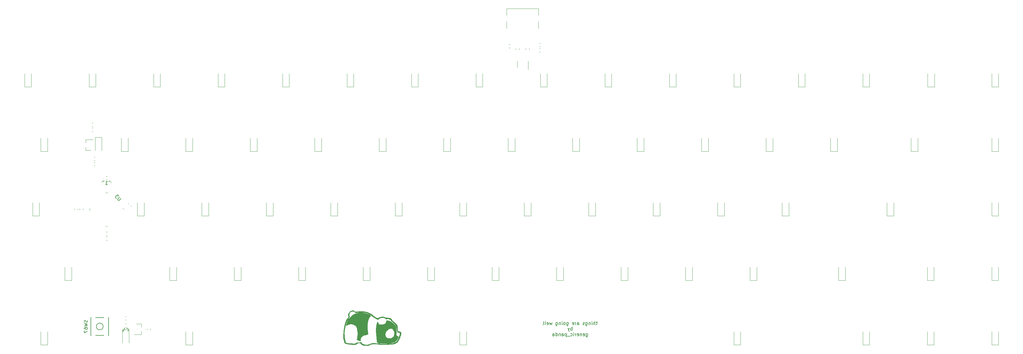
<source format=gbo>
G04 #@! TF.GenerationSoftware,KiCad,Pcbnew,(5.1.6)-1*
G04 #@! TF.CreationDate,2020-07-19T13:42:40-04:00*
G04 #@! TF.ProjectId,pcb-01,7063622d-3031-42e6-9b69-6361645f7063,01*
G04 #@! TF.SameCoordinates,Original*
G04 #@! TF.FileFunction,Legend,Bot*
G04 #@! TF.FilePolarity,Positive*
%FSLAX46Y46*%
G04 Gerber Fmt 4.6, Leading zero omitted, Abs format (unit mm)*
G04 Created by KiCad (PCBNEW (5.1.6)-1) date 2020-07-19 13:42:40*
%MOMM*%
%LPD*%
G01*
G04 APERTURE LIST*
%ADD10C,0.150000*%
%ADD11C,0.120000*%
%ADD12C,0.010000*%
%ADD13R,1.202000X1.902000*%
%ADD14C,2.642000*%
%ADD15C,1.803800*%
%ADD16C,4.089800*%
%ADD17R,0.702000X1.552000*%
%ADD18R,0.402000X1.552000*%
%ADD19O,1.102000X2.202000*%
%ADD20C,0.772000*%
%ADD21O,1.102000X1.702000*%
%ADD22C,3.150000*%
%ADD23R,1.002000X0.902000*%
%ADD24R,0.752000X1.162000*%
%ADD25R,1.302000X1.002000*%
G04 APERTURE END LIST*
D10*
X198994015Y-137662190D02*
X198613062Y-137662190D01*
X198851157Y-137328856D02*
X198851157Y-138185999D01*
X198803538Y-138281237D01*
X198708300Y-138328856D01*
X198613062Y-138328856D01*
X198279729Y-138328856D02*
X198279729Y-137328856D01*
X197851157Y-138328856D02*
X197851157Y-137805047D01*
X197898776Y-137709809D01*
X197994015Y-137662190D01*
X198136872Y-137662190D01*
X198232110Y-137709809D01*
X198279729Y-137757428D01*
X197374967Y-138328856D02*
X197374967Y-137662190D01*
X197374967Y-137328856D02*
X197422586Y-137376476D01*
X197374967Y-137424095D01*
X197327348Y-137376476D01*
X197374967Y-137328856D01*
X197374967Y-137424095D01*
X196898776Y-137662190D02*
X196898776Y-138328856D01*
X196898776Y-137757428D02*
X196851157Y-137709809D01*
X196755919Y-137662190D01*
X196613062Y-137662190D01*
X196517824Y-137709809D01*
X196470205Y-137805047D01*
X196470205Y-138328856D01*
X195565443Y-137662190D02*
X195565443Y-138471714D01*
X195613062Y-138566952D01*
X195660681Y-138614571D01*
X195755919Y-138662190D01*
X195898776Y-138662190D01*
X195994015Y-138614571D01*
X195565443Y-138281237D02*
X195660681Y-138328856D01*
X195851157Y-138328856D01*
X195946396Y-138281237D01*
X195994015Y-138233618D01*
X196041634Y-138138380D01*
X196041634Y-137852666D01*
X195994015Y-137757428D01*
X195946396Y-137709809D01*
X195851157Y-137662190D01*
X195660681Y-137662190D01*
X195565443Y-137709809D01*
X195136872Y-138281237D02*
X195041634Y-138328856D01*
X194851157Y-138328856D01*
X194755919Y-138281237D01*
X194708300Y-138185999D01*
X194708300Y-138138380D01*
X194755919Y-138043142D01*
X194851157Y-137995523D01*
X194994015Y-137995523D01*
X195089253Y-137947904D01*
X195136872Y-137852666D01*
X195136872Y-137805047D01*
X195089253Y-137709809D01*
X194994015Y-137662190D01*
X194851157Y-137662190D01*
X194755919Y-137709809D01*
X193089253Y-138328856D02*
X193089253Y-137805047D01*
X193136872Y-137709809D01*
X193232110Y-137662190D01*
X193422586Y-137662190D01*
X193517824Y-137709809D01*
X193089253Y-138281237D02*
X193184491Y-138328856D01*
X193422586Y-138328856D01*
X193517824Y-138281237D01*
X193565443Y-138185999D01*
X193565443Y-138090761D01*
X193517824Y-137995523D01*
X193422586Y-137947904D01*
X193184491Y-137947904D01*
X193089253Y-137900285D01*
X192613062Y-138328856D02*
X192613062Y-137662190D01*
X192613062Y-137852666D02*
X192565443Y-137757428D01*
X192517824Y-137709809D01*
X192422586Y-137662190D01*
X192327348Y-137662190D01*
X191613062Y-138281237D02*
X191708300Y-138328856D01*
X191898776Y-138328856D01*
X191994015Y-138281237D01*
X192041634Y-138185999D01*
X192041634Y-137805047D01*
X191994015Y-137709809D01*
X191898776Y-137662190D01*
X191708300Y-137662190D01*
X191613062Y-137709809D01*
X191565443Y-137805047D01*
X191565443Y-137900285D01*
X192041634Y-137995523D01*
X189946396Y-137662190D02*
X189946396Y-138471714D01*
X189994015Y-138566952D01*
X190041634Y-138614571D01*
X190136872Y-138662190D01*
X190279729Y-138662190D01*
X190374967Y-138614571D01*
X189946396Y-138281237D02*
X190041634Y-138328856D01*
X190232110Y-138328856D01*
X190327348Y-138281237D01*
X190374967Y-138233618D01*
X190422586Y-138138380D01*
X190422586Y-137852666D01*
X190374967Y-137757428D01*
X190327348Y-137709809D01*
X190232110Y-137662190D01*
X190041634Y-137662190D01*
X189946396Y-137709809D01*
X189327348Y-138328856D02*
X189422586Y-138281237D01*
X189470205Y-138233618D01*
X189517824Y-138138380D01*
X189517824Y-137852666D01*
X189470205Y-137757428D01*
X189422586Y-137709809D01*
X189327348Y-137662190D01*
X189184491Y-137662190D01*
X189089253Y-137709809D01*
X189041634Y-137757428D01*
X188994015Y-137852666D01*
X188994015Y-138138380D01*
X189041634Y-138233618D01*
X189089253Y-138281237D01*
X189184491Y-138328856D01*
X189327348Y-138328856D01*
X188565443Y-138328856D02*
X188565443Y-137662190D01*
X188565443Y-137328856D02*
X188613062Y-137376476D01*
X188565443Y-137424095D01*
X188517824Y-137376476D01*
X188565443Y-137328856D01*
X188565443Y-137424095D01*
X188089253Y-137662190D02*
X188089253Y-138328856D01*
X188089253Y-137757428D02*
X188041634Y-137709809D01*
X187946396Y-137662190D01*
X187803538Y-137662190D01*
X187708300Y-137709809D01*
X187660681Y-137805047D01*
X187660681Y-138328856D01*
X186755919Y-137662190D02*
X186755919Y-138471714D01*
X186803538Y-138566952D01*
X186851157Y-138614571D01*
X186946396Y-138662190D01*
X187089253Y-138662190D01*
X187184491Y-138614571D01*
X186755919Y-138281237D02*
X186851157Y-138328856D01*
X187041634Y-138328856D01*
X187136872Y-138281237D01*
X187184491Y-138233618D01*
X187232110Y-138138380D01*
X187232110Y-137852666D01*
X187184491Y-137757428D01*
X187136872Y-137709809D01*
X187041634Y-137662190D01*
X186851157Y-137662190D01*
X186755919Y-137709809D01*
X185613062Y-137662190D02*
X185422586Y-138328856D01*
X185232110Y-137852666D01*
X185041634Y-138328856D01*
X184851157Y-137662190D01*
X184089253Y-138281237D02*
X184184491Y-138328856D01*
X184374967Y-138328856D01*
X184470205Y-138281237D01*
X184517824Y-138185999D01*
X184517824Y-137805047D01*
X184470205Y-137709809D01*
X184374967Y-137662190D01*
X184184491Y-137662190D01*
X184089253Y-137709809D01*
X184041634Y-137805047D01*
X184041634Y-137900285D01*
X184517824Y-137995523D01*
X183470205Y-138328856D02*
X183565443Y-138281237D01*
X183613062Y-138185999D01*
X183613062Y-137328856D01*
X182946396Y-138328856D02*
X183041634Y-138281237D01*
X183089253Y-138185999D01*
X183089253Y-137328856D01*
X191541634Y-139978856D02*
X191541634Y-138978856D01*
X191541634Y-139359809D02*
X191446396Y-139312190D01*
X191255919Y-139312190D01*
X191160681Y-139359809D01*
X191113062Y-139407428D01*
X191065443Y-139502666D01*
X191065443Y-139788380D01*
X191113062Y-139883618D01*
X191160681Y-139931237D01*
X191255919Y-139978856D01*
X191446396Y-139978856D01*
X191541634Y-139931237D01*
X190732110Y-139312190D02*
X190494015Y-139978856D01*
X190255919Y-139312190D02*
X190494015Y-139978856D01*
X190589253Y-140216952D01*
X190636872Y-140264571D01*
X190732110Y-140312190D01*
X195660681Y-140962190D02*
X195660681Y-141771714D01*
X195708300Y-141866952D01*
X195755919Y-141914571D01*
X195851157Y-141962190D01*
X195994015Y-141962190D01*
X196089253Y-141914571D01*
X195660681Y-141581237D02*
X195755919Y-141628856D01*
X195946396Y-141628856D01*
X196041634Y-141581237D01*
X196089253Y-141533618D01*
X196136872Y-141438380D01*
X196136872Y-141152666D01*
X196089253Y-141057428D01*
X196041634Y-141009809D01*
X195946396Y-140962190D01*
X195755919Y-140962190D01*
X195660681Y-141009809D01*
X194803538Y-141581237D02*
X194898776Y-141628856D01*
X195089253Y-141628856D01*
X195184491Y-141581237D01*
X195232110Y-141485999D01*
X195232110Y-141105047D01*
X195184491Y-141009809D01*
X195089253Y-140962190D01*
X194898776Y-140962190D01*
X194803538Y-141009809D01*
X194755919Y-141105047D01*
X194755919Y-141200285D01*
X195232110Y-141295523D01*
X194327348Y-140962190D02*
X194327348Y-141628856D01*
X194327348Y-141057428D02*
X194279729Y-141009809D01*
X194184491Y-140962190D01*
X194041634Y-140962190D01*
X193946396Y-141009809D01*
X193898776Y-141105047D01*
X193898776Y-141628856D01*
X193041634Y-141581237D02*
X193136872Y-141628856D01*
X193327348Y-141628856D01*
X193422586Y-141581237D01*
X193470205Y-141485999D01*
X193470205Y-141105047D01*
X193422586Y-141009809D01*
X193327348Y-140962190D01*
X193136872Y-140962190D01*
X193041634Y-141009809D01*
X192994015Y-141105047D01*
X192994015Y-141200285D01*
X193470205Y-141295523D01*
X192565443Y-141628856D02*
X192565443Y-140962190D01*
X192565443Y-141152666D02*
X192517824Y-141057428D01*
X192470205Y-141009809D01*
X192374967Y-140962190D01*
X192279729Y-140962190D01*
X191946396Y-141628856D02*
X191946396Y-140962190D01*
X191946396Y-140628856D02*
X191994015Y-140676476D01*
X191946396Y-140724095D01*
X191898776Y-140676476D01*
X191946396Y-140628856D01*
X191946396Y-140724095D01*
X191041634Y-141581237D02*
X191136872Y-141628856D01*
X191327348Y-141628856D01*
X191422586Y-141581237D01*
X191470205Y-141533618D01*
X191517824Y-141438380D01*
X191517824Y-141152666D01*
X191470205Y-141057428D01*
X191422586Y-141009809D01*
X191327348Y-140962190D01*
X191136872Y-140962190D01*
X191041634Y-141009809D01*
X190851157Y-141724095D02*
X190089253Y-141724095D01*
X189851157Y-140962190D02*
X189851157Y-141962190D01*
X189851157Y-141009809D02*
X189755919Y-140962190D01*
X189565443Y-140962190D01*
X189470205Y-141009809D01*
X189422586Y-141057428D01*
X189374967Y-141152666D01*
X189374967Y-141438380D01*
X189422586Y-141533618D01*
X189470205Y-141581237D01*
X189565443Y-141628856D01*
X189755919Y-141628856D01*
X189851157Y-141581237D01*
X188517824Y-141628856D02*
X188517824Y-141105047D01*
X188565443Y-141009809D01*
X188660681Y-140962190D01*
X188851157Y-140962190D01*
X188946396Y-141009809D01*
X188517824Y-141581237D02*
X188613062Y-141628856D01*
X188851157Y-141628856D01*
X188946396Y-141581237D01*
X188994015Y-141485999D01*
X188994015Y-141390761D01*
X188946396Y-141295523D01*
X188851157Y-141247904D01*
X188613062Y-141247904D01*
X188517824Y-141200285D01*
X188041634Y-140962190D02*
X188041634Y-141628856D01*
X188041634Y-141057428D02*
X187994015Y-141009809D01*
X187898776Y-140962190D01*
X187755919Y-140962190D01*
X187660681Y-141009809D01*
X187613062Y-141105047D01*
X187613062Y-141628856D01*
X186708300Y-141628856D02*
X186708300Y-140628856D01*
X186708300Y-141581237D02*
X186803538Y-141628856D01*
X186994015Y-141628856D01*
X187089253Y-141581237D01*
X187136872Y-141533618D01*
X187184491Y-141438380D01*
X187184491Y-141152666D01*
X187136872Y-141057428D01*
X187089253Y-141009809D01*
X186994015Y-140962190D01*
X186803538Y-140962190D01*
X186708300Y-141009809D01*
X185803538Y-141628856D02*
X185803538Y-141105047D01*
X185851157Y-141009809D01*
X185946396Y-140962190D01*
X186136872Y-140962190D01*
X186232110Y-141009809D01*
X185803538Y-141581237D02*
X185898776Y-141628856D01*
X186136872Y-141628856D01*
X186232110Y-141581237D01*
X186279729Y-141485999D01*
X186279729Y-141390761D01*
X186232110Y-141295523D01*
X186136872Y-141247904D01*
X185898776Y-141247904D01*
X185803538Y-141200285D01*
X52941044Y-138856750D02*
G75*
G03*
X52941044Y-138856750I-1000000J0D01*
G01*
X49341044Y-141456750D02*
X54541044Y-141456750D01*
X49341044Y-136256750D02*
X49341044Y-141456750D01*
X54541044Y-136256750D02*
X49341044Y-136256750D01*
X54541044Y-141456750D02*
X54541044Y-136256750D01*
D11*
X54286100Y-99484805D02*
X53950224Y-99148929D01*
X53950224Y-99148929D02*
X53614348Y-99484805D01*
X53614348Y-109023675D02*
X53950224Y-109359551D01*
X53950224Y-109359551D02*
X54286100Y-109023675D01*
X49180789Y-104590116D02*
X48844913Y-104254240D01*
X48844913Y-104254240D02*
X49180789Y-103918364D01*
X58719659Y-103918364D02*
X59055535Y-104254240D01*
X59442886Y-137974557D02*
X59768444Y-137974557D01*
X59442886Y-138994557D02*
X59768444Y-138994557D01*
D12*
G36*
X126377151Y-134169760D02*
G01*
X126112730Y-134273943D01*
X125849841Y-134472744D01*
X125647813Y-134676700D01*
X125427222Y-134976526D01*
X125338413Y-135274108D01*
X125373686Y-135607344D01*
X125425330Y-135771714D01*
X125461013Y-135895738D01*
X125453896Y-136003696D01*
X125389390Y-136132650D01*
X125252907Y-136319660D01*
X125166196Y-136430009D01*
X124954742Y-136731755D01*
X124767658Y-137079345D01*
X124597690Y-137492721D01*
X124437585Y-137991824D01*
X124280091Y-138596595D01*
X124125233Y-139292179D01*
X124056818Y-139698674D01*
X123997787Y-140205802D01*
X123952751Y-140769133D01*
X123933232Y-141142750D01*
X123916559Y-141590725D01*
X123910286Y-141928933D01*
X123916938Y-142192533D01*
X123939041Y-142416689D01*
X123979119Y-142636561D01*
X124039697Y-142887310D01*
X124065662Y-142986791D01*
X124157352Y-143297424D01*
X124254345Y-143565163D01*
X124341694Y-143751071D01*
X124379039Y-143803180D01*
X124471859Y-143866184D01*
X124626513Y-143922793D01*
X124858732Y-143975841D01*
X125184247Y-144028161D01*
X125618787Y-144082586D01*
X126178083Y-144141950D01*
X126359149Y-144159839D01*
X126859154Y-144198574D01*
X127240552Y-144201929D01*
X127526293Y-144166583D01*
X127739327Y-144089215D01*
X127902606Y-143966502D01*
X127935358Y-143931715D01*
X128067589Y-143805036D01*
X128208124Y-143741437D01*
X128414048Y-143720259D01*
X128523037Y-143719036D01*
X128763039Y-143727656D01*
X128921399Y-143772284D01*
X129061406Y-143881077D01*
X129185173Y-144013599D01*
X129338480Y-144166322D01*
X129501251Y-144277367D01*
X129702679Y-144356042D01*
X129971958Y-144411652D01*
X130338281Y-144453503D01*
X130640863Y-144477635D01*
X130949493Y-144496421D01*
X131169753Y-144492125D01*
X131357840Y-144454560D01*
X131569955Y-144373541D01*
X131802006Y-144267173D01*
X132066492Y-144148196D01*
X132277644Y-144073206D01*
X132485726Y-144032051D01*
X132741004Y-144014579D01*
X133072006Y-144010673D01*
X133467618Y-144022212D01*
X133888910Y-144054102D01*
X134262951Y-144100285D01*
X134366533Y-144118191D01*
X134785705Y-144176051D01*
X135295229Y-144210871D01*
X135868236Y-144224067D01*
X136477857Y-144217057D01*
X137097224Y-144191256D01*
X137699470Y-144148081D01*
X138257724Y-144088950D01*
X138745119Y-144015279D01*
X139134787Y-143928483D01*
X139346783Y-143855608D01*
X139604331Y-143728400D01*
X139801438Y-143586407D01*
X139978194Y-143392726D01*
X140174689Y-143110450D01*
X140201604Y-143068708D01*
X140342837Y-142808149D01*
X140496402Y-142459712D01*
X140648429Y-142063147D01*
X140785049Y-141658204D01*
X140892393Y-141284633D01*
X140942136Y-141050276D01*
X140580517Y-141050276D01*
X140553564Y-141316566D01*
X140481387Y-141573901D01*
X140438006Y-141668082D01*
X140346721Y-141861014D01*
X140296331Y-142011454D01*
X140292863Y-142039841D01*
X140257370Y-142172730D01*
X140165262Y-142386584D01*
X140038104Y-142640075D01*
X139897455Y-142891879D01*
X139764878Y-143100668D01*
X139687524Y-143200077D01*
X139416121Y-143415765D01*
X139028519Y-143610629D01*
X138553465Y-143771404D01*
X138329407Y-143826766D01*
X137981844Y-143884242D01*
X137527913Y-143931058D01*
X137004625Y-143966094D01*
X136448988Y-143988229D01*
X135898012Y-143996342D01*
X135388706Y-143989312D01*
X134958079Y-143966019D01*
X134704863Y-143936533D01*
X134404759Y-143897351D01*
X134014902Y-143859907D01*
X133590651Y-143828984D01*
X133266437Y-143812265D01*
X132885573Y-143798886D01*
X132613137Y-143797514D01*
X132412618Y-143812473D01*
X132247505Y-143848088D01*
X132081287Y-143908685D01*
X131943035Y-143969041D01*
X131321463Y-144186488D01*
X130731632Y-144268362D01*
X130179946Y-144214294D01*
X129812028Y-144091906D01*
X129575653Y-143951259D01*
X129342672Y-143757946D01*
X129280132Y-143692310D01*
X129126041Y-143532601D01*
X129017678Y-143472261D01*
X128917337Y-143491893D01*
X128903903Y-143498777D01*
X128761350Y-143537301D01*
X128526317Y-143564396D01*
X128268234Y-143573893D01*
X127991938Y-143580825D01*
X127823367Y-143607604D01*
X127725510Y-143663204D01*
X127684521Y-143715442D01*
X127590114Y-143811213D01*
X127435108Y-143875647D01*
X127202057Y-143910333D01*
X126873514Y-143916854D01*
X126432030Y-143896799D01*
X126026715Y-143866145D01*
X125541538Y-143825346D01*
X125180220Y-143789867D01*
X124922195Y-143750577D01*
X124746900Y-143698345D01*
X124633770Y-143624041D01*
X124562243Y-143518534D01*
X124511753Y-143372692D01*
X124461737Y-143177385D01*
X124459981Y-143170477D01*
X124400321Y-142889480D01*
X124337521Y-142516362D01*
X124279781Y-142103705D01*
X124241846Y-141771568D01*
X124204030Y-141350633D01*
X124188347Y-141019293D01*
X124195748Y-140723555D01*
X124227183Y-140409424D01*
X124271224Y-140102425D01*
X124430399Y-139193866D01*
X124610540Y-138411396D01*
X124817508Y-137736752D01*
X125057164Y-137151668D01*
X125335368Y-136637881D01*
X125430283Y-136490334D01*
X125600269Y-136228184D01*
X125696999Y-136050352D01*
X125733096Y-135924148D01*
X125721187Y-135816884D01*
X125706764Y-135774457D01*
X125639849Y-135474542D01*
X125643404Y-135158339D01*
X125713334Y-134884389D01*
X125776604Y-134775457D01*
X126035356Y-134551735D01*
X126376573Y-134404712D01*
X126714622Y-134357322D01*
X126934588Y-134381768D01*
X127124313Y-134473958D01*
X127292609Y-134610949D01*
X127464039Y-134757491D01*
X127583117Y-134819453D01*
X127701967Y-134813004D01*
X127818961Y-134774235D01*
X128038782Y-134726284D01*
X128367916Y-134695015D01*
X128771558Y-134679851D01*
X129214908Y-134680217D01*
X129663164Y-134695536D01*
X130081524Y-134725231D01*
X130435186Y-134768727D01*
X130677149Y-134821560D01*
X131437400Y-135132858D01*
X132138704Y-135575432D01*
X132329341Y-135727284D01*
X132580412Y-135917832D01*
X132908079Y-136139517D01*
X133259643Y-136357523D01*
X133439971Y-136460964D01*
X134132123Y-136844403D01*
X134327779Y-136656998D01*
X134692865Y-136406388D01*
X135140429Y-136269687D01*
X135469303Y-136244179D01*
X135815556Y-136268383D01*
X136078951Y-136353766D01*
X136315555Y-136519484D01*
X136340644Y-136541886D01*
X136468250Y-136627332D01*
X136615239Y-136635017D01*
X136751848Y-136603657D01*
X137112194Y-136565484D01*
X137468158Y-136633751D01*
X137781909Y-136792772D01*
X138015618Y-137026863D01*
X138086470Y-137156966D01*
X138170036Y-137318754D01*
X138244349Y-137402228D01*
X138255989Y-137405322D01*
X138371226Y-137459239D01*
X138545819Y-137602355D01*
X138753434Y-137806718D01*
X138967743Y-138044376D01*
X139162412Y-138287377D01*
X139311111Y-138507769D01*
X139335474Y-138551256D01*
X139526184Y-138983693D01*
X139674971Y-139466184D01*
X139764903Y-139936159D01*
X139783791Y-140208189D01*
X139792184Y-140397048D01*
X139842479Y-140491200D01*
X139975053Y-140536567D01*
X140089691Y-140556087D01*
X140303248Y-140604487D01*
X140461862Y-140665381D01*
X140488834Y-140683105D01*
X140559768Y-140823099D01*
X140580517Y-141050276D01*
X140942136Y-141050276D01*
X140956590Y-140982184D01*
X140968097Y-140871936D01*
X140942128Y-140628930D01*
X140826717Y-140465414D01*
X140602891Y-140364263D01*
X140355974Y-140319452D01*
X139966292Y-140271893D01*
X139930006Y-139473608D01*
X139898316Y-139014455D01*
X139849915Y-138685838D01*
X139782664Y-138473884D01*
X139773058Y-138455323D01*
X139628526Y-138254731D01*
X139404043Y-138011092D01*
X139139735Y-137762888D01*
X138875731Y-137548600D01*
X138715317Y-137440985D01*
X138532845Y-137284250D01*
X138372261Y-137067430D01*
X138341632Y-137009196D01*
X138192894Y-136734261D01*
X138031770Y-136545753D01*
X137825806Y-136425252D01*
X137542552Y-136354341D01*
X137149554Y-136314601D01*
X137113740Y-136312300D01*
X136710722Y-136276721D01*
X136415513Y-136223642D01*
X136191121Y-136145555D01*
X136122804Y-136111110D01*
X135724203Y-135972003D01*
X135277347Y-135950780D01*
X134816804Y-136046132D01*
X134523435Y-136171608D01*
X134283897Y-136286037D01*
X134076761Y-136364891D01*
X133963130Y-136389322D01*
X133801539Y-136345689D01*
X133559755Y-136227441D01*
X133268522Y-136053549D01*
X132958587Y-135842988D01*
X132660695Y-135614730D01*
X132535126Y-135508088D01*
X132088661Y-135177489D01*
X131551106Y-134880075D01*
X130976402Y-134643328D01*
X130640863Y-134543009D01*
X130191894Y-134456318D01*
X129680191Y-134400831D01*
X129142529Y-134376545D01*
X128615682Y-134383456D01*
X128136424Y-134421560D01*
X127741530Y-134490853D01*
X127570786Y-134543340D01*
X127463987Y-134519801D01*
X127308770Y-134417046D01*
X127244143Y-134359915D01*
X127054141Y-134210845D01*
X126855434Y-134148496D01*
X126682777Y-134139607D01*
X126377151Y-134169760D01*
G37*
X126377151Y-134169760D02*
X126112730Y-134273943D01*
X125849841Y-134472744D01*
X125647813Y-134676700D01*
X125427222Y-134976526D01*
X125338413Y-135274108D01*
X125373686Y-135607344D01*
X125425330Y-135771714D01*
X125461013Y-135895738D01*
X125453896Y-136003696D01*
X125389390Y-136132650D01*
X125252907Y-136319660D01*
X125166196Y-136430009D01*
X124954742Y-136731755D01*
X124767658Y-137079345D01*
X124597690Y-137492721D01*
X124437585Y-137991824D01*
X124280091Y-138596595D01*
X124125233Y-139292179D01*
X124056818Y-139698674D01*
X123997787Y-140205802D01*
X123952751Y-140769133D01*
X123933232Y-141142750D01*
X123916559Y-141590725D01*
X123910286Y-141928933D01*
X123916938Y-142192533D01*
X123939041Y-142416689D01*
X123979119Y-142636561D01*
X124039697Y-142887310D01*
X124065662Y-142986791D01*
X124157352Y-143297424D01*
X124254345Y-143565163D01*
X124341694Y-143751071D01*
X124379039Y-143803180D01*
X124471859Y-143866184D01*
X124626513Y-143922793D01*
X124858732Y-143975841D01*
X125184247Y-144028161D01*
X125618787Y-144082586D01*
X126178083Y-144141950D01*
X126359149Y-144159839D01*
X126859154Y-144198574D01*
X127240552Y-144201929D01*
X127526293Y-144166583D01*
X127739327Y-144089215D01*
X127902606Y-143966502D01*
X127935358Y-143931715D01*
X128067589Y-143805036D01*
X128208124Y-143741437D01*
X128414048Y-143720259D01*
X128523037Y-143719036D01*
X128763039Y-143727656D01*
X128921399Y-143772284D01*
X129061406Y-143881077D01*
X129185173Y-144013599D01*
X129338480Y-144166322D01*
X129501251Y-144277367D01*
X129702679Y-144356042D01*
X129971958Y-144411652D01*
X130338281Y-144453503D01*
X130640863Y-144477635D01*
X130949493Y-144496421D01*
X131169753Y-144492125D01*
X131357840Y-144454560D01*
X131569955Y-144373541D01*
X131802006Y-144267173D01*
X132066492Y-144148196D01*
X132277644Y-144073206D01*
X132485726Y-144032051D01*
X132741004Y-144014579D01*
X133072006Y-144010673D01*
X133467618Y-144022212D01*
X133888910Y-144054102D01*
X134262951Y-144100285D01*
X134366533Y-144118191D01*
X134785705Y-144176051D01*
X135295229Y-144210871D01*
X135868236Y-144224067D01*
X136477857Y-144217057D01*
X137097224Y-144191256D01*
X137699470Y-144148081D01*
X138257724Y-144088950D01*
X138745119Y-144015279D01*
X139134787Y-143928483D01*
X139346783Y-143855608D01*
X139604331Y-143728400D01*
X139801438Y-143586407D01*
X139978194Y-143392726D01*
X140174689Y-143110450D01*
X140201604Y-143068708D01*
X140342837Y-142808149D01*
X140496402Y-142459712D01*
X140648429Y-142063147D01*
X140785049Y-141658204D01*
X140892393Y-141284633D01*
X140942136Y-141050276D01*
X140580517Y-141050276D01*
X140553564Y-141316566D01*
X140481387Y-141573901D01*
X140438006Y-141668082D01*
X140346721Y-141861014D01*
X140296331Y-142011454D01*
X140292863Y-142039841D01*
X140257370Y-142172730D01*
X140165262Y-142386584D01*
X140038104Y-142640075D01*
X139897455Y-142891879D01*
X139764878Y-143100668D01*
X139687524Y-143200077D01*
X139416121Y-143415765D01*
X139028519Y-143610629D01*
X138553465Y-143771404D01*
X138329407Y-143826766D01*
X137981844Y-143884242D01*
X137527913Y-143931058D01*
X137004625Y-143966094D01*
X136448988Y-143988229D01*
X135898012Y-143996342D01*
X135388706Y-143989312D01*
X134958079Y-143966019D01*
X134704863Y-143936533D01*
X134404759Y-143897351D01*
X134014902Y-143859907D01*
X133590651Y-143828984D01*
X133266437Y-143812265D01*
X132885573Y-143798886D01*
X132613137Y-143797514D01*
X132412618Y-143812473D01*
X132247505Y-143848088D01*
X132081287Y-143908685D01*
X131943035Y-143969041D01*
X131321463Y-144186488D01*
X130731632Y-144268362D01*
X130179946Y-144214294D01*
X129812028Y-144091906D01*
X129575653Y-143951259D01*
X129342672Y-143757946D01*
X129280132Y-143692310D01*
X129126041Y-143532601D01*
X129017678Y-143472261D01*
X128917337Y-143491893D01*
X128903903Y-143498777D01*
X128761350Y-143537301D01*
X128526317Y-143564396D01*
X128268234Y-143573893D01*
X127991938Y-143580825D01*
X127823367Y-143607604D01*
X127725510Y-143663204D01*
X127684521Y-143715442D01*
X127590114Y-143811213D01*
X127435108Y-143875647D01*
X127202057Y-143910333D01*
X126873514Y-143916854D01*
X126432030Y-143896799D01*
X126026715Y-143866145D01*
X125541538Y-143825346D01*
X125180220Y-143789867D01*
X124922195Y-143750577D01*
X124746900Y-143698345D01*
X124633770Y-143624041D01*
X124562243Y-143518534D01*
X124511753Y-143372692D01*
X124461737Y-143177385D01*
X124459981Y-143170477D01*
X124400321Y-142889480D01*
X124337521Y-142516362D01*
X124279781Y-142103705D01*
X124241846Y-141771568D01*
X124204030Y-141350633D01*
X124188347Y-141019293D01*
X124195748Y-140723555D01*
X124227183Y-140409424D01*
X124271224Y-140102425D01*
X124430399Y-139193866D01*
X124610540Y-138411396D01*
X124817508Y-137736752D01*
X125057164Y-137151668D01*
X125335368Y-136637881D01*
X125430283Y-136490334D01*
X125600269Y-136228184D01*
X125696999Y-136050352D01*
X125733096Y-135924148D01*
X125721187Y-135816884D01*
X125706764Y-135774457D01*
X125639849Y-135474542D01*
X125643404Y-135158339D01*
X125713334Y-134884389D01*
X125776604Y-134775457D01*
X126035356Y-134551735D01*
X126376573Y-134404712D01*
X126714622Y-134357322D01*
X126934588Y-134381768D01*
X127124313Y-134473958D01*
X127292609Y-134610949D01*
X127464039Y-134757491D01*
X127583117Y-134819453D01*
X127701967Y-134813004D01*
X127818961Y-134774235D01*
X128038782Y-134726284D01*
X128367916Y-134695015D01*
X128771558Y-134679851D01*
X129214908Y-134680217D01*
X129663164Y-134695536D01*
X130081524Y-134725231D01*
X130435186Y-134768727D01*
X130677149Y-134821560D01*
X131437400Y-135132858D01*
X132138704Y-135575432D01*
X132329341Y-135727284D01*
X132580412Y-135917832D01*
X132908079Y-136139517D01*
X133259643Y-136357523D01*
X133439971Y-136460964D01*
X134132123Y-136844403D01*
X134327779Y-136656998D01*
X134692865Y-136406388D01*
X135140429Y-136269687D01*
X135469303Y-136244179D01*
X135815556Y-136268383D01*
X136078951Y-136353766D01*
X136315555Y-136519484D01*
X136340644Y-136541886D01*
X136468250Y-136627332D01*
X136615239Y-136635017D01*
X136751848Y-136603657D01*
X137112194Y-136565484D01*
X137468158Y-136633751D01*
X137781909Y-136792772D01*
X138015618Y-137026863D01*
X138086470Y-137156966D01*
X138170036Y-137318754D01*
X138244349Y-137402228D01*
X138255989Y-137405322D01*
X138371226Y-137459239D01*
X138545819Y-137602355D01*
X138753434Y-137806718D01*
X138967743Y-138044376D01*
X139162412Y-138287377D01*
X139311111Y-138507769D01*
X139335474Y-138551256D01*
X139526184Y-138983693D01*
X139674971Y-139466184D01*
X139764903Y-139936159D01*
X139783791Y-140208189D01*
X139792184Y-140397048D01*
X139842479Y-140491200D01*
X139975053Y-140536567D01*
X140089691Y-140556087D01*
X140303248Y-140604487D01*
X140461862Y-140665381D01*
X140488834Y-140683105D01*
X140559768Y-140823099D01*
X140580517Y-141050276D01*
X140942136Y-141050276D01*
X140956590Y-140982184D01*
X140968097Y-140871936D01*
X140942128Y-140628930D01*
X140826717Y-140465414D01*
X140602891Y-140364263D01*
X140355974Y-140319452D01*
X139966292Y-140271893D01*
X139930006Y-139473608D01*
X139898316Y-139014455D01*
X139849915Y-138685838D01*
X139782664Y-138473884D01*
X139773058Y-138455323D01*
X139628526Y-138254731D01*
X139404043Y-138011092D01*
X139139735Y-137762888D01*
X138875731Y-137548600D01*
X138715317Y-137440985D01*
X138532845Y-137284250D01*
X138372261Y-137067430D01*
X138341632Y-137009196D01*
X138192894Y-136734261D01*
X138031770Y-136545753D01*
X137825806Y-136425252D01*
X137542552Y-136354341D01*
X137149554Y-136314601D01*
X137113740Y-136312300D01*
X136710722Y-136276721D01*
X136415513Y-136223642D01*
X136191121Y-136145555D01*
X136122804Y-136111110D01*
X135724203Y-135972003D01*
X135277347Y-135950780D01*
X134816804Y-136046132D01*
X134523435Y-136171608D01*
X134283897Y-136286037D01*
X134076761Y-136364891D01*
X133963130Y-136389322D01*
X133801539Y-136345689D01*
X133559755Y-136227441D01*
X133268522Y-136053549D01*
X132958587Y-135842988D01*
X132660695Y-135614730D01*
X132535126Y-135508088D01*
X132088661Y-135177489D01*
X131551106Y-134880075D01*
X130976402Y-134643328D01*
X130640863Y-134543009D01*
X130191894Y-134456318D01*
X129680191Y-134400831D01*
X129142529Y-134376545D01*
X128615682Y-134383456D01*
X128136424Y-134421560D01*
X127741530Y-134490853D01*
X127570786Y-134543340D01*
X127463987Y-134519801D01*
X127308770Y-134417046D01*
X127244143Y-134359915D01*
X127054141Y-134210845D01*
X126855434Y-134148496D01*
X126682777Y-134139607D01*
X126377151Y-134169760D01*
G36*
X136627550Y-137095276D02*
G01*
X136592421Y-137218637D01*
X136573862Y-137368377D01*
X136469453Y-137726359D01*
X136247980Y-138000525D01*
X135912040Y-138189201D01*
X135464231Y-138290714D01*
X135113617Y-138309161D01*
X134823826Y-138305421D01*
X134639309Y-138287552D01*
X134520220Y-138244002D01*
X134426714Y-138163223D01*
X134366801Y-138092677D01*
X134236290Y-137893310D01*
X134152704Y-137694892D01*
X134148548Y-137677465D01*
X134089438Y-137516155D01*
X134011694Y-137498517D01*
X133916067Y-137624380D01*
X133860961Y-137743031D01*
X133710443Y-138228635D01*
X133609643Y-138836944D01*
X133558617Y-139554279D01*
X133557422Y-140366963D01*
X133606114Y-141261318D01*
X133704748Y-142223667D01*
X133838751Y-143151827D01*
X133918079Y-143636904D01*
X134293328Y-143722049D01*
X134485929Y-143749802D01*
X134792157Y-143775559D01*
X135180498Y-143798351D01*
X135619440Y-143817209D01*
X136077470Y-143831164D01*
X136523076Y-143839247D01*
X136924743Y-143840488D01*
X137250961Y-143833918D01*
X137462578Y-143819523D01*
X137887724Y-143747905D01*
X138345017Y-143638025D01*
X138775497Y-143505956D01*
X139120205Y-143367767D01*
X139120538Y-143367606D01*
X139490690Y-143122237D01*
X139791965Y-142769699D01*
X140030992Y-142311538D01*
X140121491Y-142061936D01*
X140132966Y-141904859D01*
X140059880Y-141807670D01*
X139935878Y-141750780D01*
X139721833Y-141605430D01*
X139576144Y-141366924D01*
X139519303Y-141079131D01*
X139537190Y-140897329D01*
X139551953Y-140788217D01*
X138983415Y-140788217D01*
X138975011Y-141020458D01*
X138914261Y-141450783D01*
X138774928Y-141777527D01*
X138538326Y-142024370D01*
X138185769Y-142214990D01*
X137970578Y-142293239D01*
X137714762Y-142336812D01*
X137397673Y-142337146D01*
X137079603Y-142299201D01*
X136820840Y-142227938D01*
X136750069Y-142192829D01*
X136511925Y-141971735D01*
X136338824Y-141663867D01*
X136253970Y-141321432D01*
X136259511Y-141089084D01*
X136350525Y-140744161D01*
X136520619Y-140422406D01*
X136793343Y-140080346D01*
X136824390Y-140046360D01*
X137161172Y-139724255D01*
X137472479Y-139524756D01*
X137782648Y-139434140D01*
X137925801Y-139425227D01*
X138198747Y-139450209D01*
X138406649Y-139541074D01*
X138581211Y-139721697D01*
X138754139Y-140015956D01*
X138780770Y-140069091D01*
X138903616Y-140338052D01*
X138966307Y-140553967D01*
X138983415Y-140788217D01*
X139551953Y-140788217D01*
X139565842Y-140685569D01*
X139582037Y-140396352D01*
X139582808Y-140131955D01*
X139502923Y-139435208D01*
X139302695Y-138818503D01*
X138984707Y-138284714D01*
X138551543Y-137836713D01*
X138005786Y-137477370D01*
X137350021Y-137209558D01*
X136837422Y-137080166D01*
X136699015Y-137060275D01*
X136627550Y-137095276D01*
G37*
X136627550Y-137095276D02*
X136592421Y-137218637D01*
X136573862Y-137368377D01*
X136469453Y-137726359D01*
X136247980Y-138000525D01*
X135912040Y-138189201D01*
X135464231Y-138290714D01*
X135113617Y-138309161D01*
X134823826Y-138305421D01*
X134639309Y-138287552D01*
X134520220Y-138244002D01*
X134426714Y-138163223D01*
X134366801Y-138092677D01*
X134236290Y-137893310D01*
X134152704Y-137694892D01*
X134148548Y-137677465D01*
X134089438Y-137516155D01*
X134011694Y-137498517D01*
X133916067Y-137624380D01*
X133860961Y-137743031D01*
X133710443Y-138228635D01*
X133609643Y-138836944D01*
X133558617Y-139554279D01*
X133557422Y-140366963D01*
X133606114Y-141261318D01*
X133704748Y-142223667D01*
X133838751Y-143151827D01*
X133918079Y-143636904D01*
X134293328Y-143722049D01*
X134485929Y-143749802D01*
X134792157Y-143775559D01*
X135180498Y-143798351D01*
X135619440Y-143817209D01*
X136077470Y-143831164D01*
X136523076Y-143839247D01*
X136924743Y-143840488D01*
X137250961Y-143833918D01*
X137462578Y-143819523D01*
X137887724Y-143747905D01*
X138345017Y-143638025D01*
X138775497Y-143505956D01*
X139120205Y-143367767D01*
X139120538Y-143367606D01*
X139490690Y-143122237D01*
X139791965Y-142769699D01*
X140030992Y-142311538D01*
X140121491Y-142061936D01*
X140132966Y-141904859D01*
X140059880Y-141807670D01*
X139935878Y-141750780D01*
X139721833Y-141605430D01*
X139576144Y-141366924D01*
X139519303Y-141079131D01*
X139537190Y-140897329D01*
X139551953Y-140788217D01*
X138983415Y-140788217D01*
X138975011Y-141020458D01*
X138914261Y-141450783D01*
X138774928Y-141777527D01*
X138538326Y-142024370D01*
X138185769Y-142214990D01*
X137970578Y-142293239D01*
X137714762Y-142336812D01*
X137397673Y-142337146D01*
X137079603Y-142299201D01*
X136820840Y-142227938D01*
X136750069Y-142192829D01*
X136511925Y-141971735D01*
X136338824Y-141663867D01*
X136253970Y-141321432D01*
X136259511Y-141089084D01*
X136350525Y-140744161D01*
X136520619Y-140422406D01*
X136793343Y-140080346D01*
X136824390Y-140046360D01*
X137161172Y-139724255D01*
X137472479Y-139524756D01*
X137782648Y-139434140D01*
X137925801Y-139425227D01*
X138198747Y-139450209D01*
X138406649Y-139541074D01*
X138581211Y-139721697D01*
X138754139Y-140015956D01*
X138780770Y-140069091D01*
X138903616Y-140338052D01*
X138966307Y-140553967D01*
X138983415Y-140788217D01*
X139551953Y-140788217D01*
X139565842Y-140685569D01*
X139582037Y-140396352D01*
X139582808Y-140131955D01*
X139502923Y-139435208D01*
X139302695Y-138818503D01*
X138984707Y-138284714D01*
X138551543Y-137836713D01*
X138005786Y-137477370D01*
X137350021Y-137209558D01*
X136837422Y-137080166D01*
X136699015Y-137060275D01*
X136627550Y-137095276D01*
G36*
X128588305Y-134825873D02*
G01*
X127817474Y-134960065D01*
X127120693Y-135218879D01*
X126496663Y-135602997D01*
X125944080Y-136113107D01*
X125461644Y-136749892D01*
X125321887Y-136980493D01*
X125227127Y-137169677D01*
X125116363Y-137427213D01*
X125001105Y-137721030D01*
X124892864Y-138019055D01*
X124803151Y-138289216D01*
X124743477Y-138499442D01*
X124725353Y-138617659D01*
X124729731Y-138630380D01*
X124801031Y-138614041D01*
X124889133Y-138550285D01*
X125029877Y-138450794D01*
X125238428Y-138328746D01*
X125338824Y-138276110D01*
X125718540Y-138155358D01*
X126150907Y-138130398D01*
X126599255Y-138192249D01*
X127026913Y-138331932D01*
X127397211Y-138540466D01*
X127673477Y-138808871D01*
X127705849Y-138855758D01*
X127855615Y-139174466D01*
X127975540Y-139601619D01*
X128062618Y-140103019D01*
X128113843Y-140644470D01*
X128126209Y-141191776D01*
X128096710Y-141710740D01*
X128022340Y-142167166D01*
X128003484Y-142241797D01*
X127940771Y-142483912D01*
X127897240Y-142670565D01*
X127883149Y-142753655D01*
X127945560Y-142798727D01*
X128105404Y-142871816D01*
X128321601Y-142957578D01*
X128553070Y-143040671D01*
X128758729Y-143105750D01*
X128897499Y-143137473D01*
X128913454Y-143138465D01*
X128941056Y-143072951D01*
X128969692Y-142904118D01*
X128986460Y-142744000D01*
X129090384Y-142308784D01*
X129318645Y-141939009D01*
X129661593Y-141644318D01*
X130109575Y-141434353D01*
X130366922Y-141364802D01*
X130644464Y-141299417D01*
X130894550Y-141230637D01*
X131029717Y-141185598D01*
X131170595Y-141110562D01*
X131211069Y-141003281D01*
X131195640Y-140869418D01*
X131098333Y-140192010D01*
X131039561Y-139498866D01*
X131019549Y-138822406D01*
X131038523Y-138195052D01*
X131096708Y-137649223D01*
X131170792Y-137296091D01*
X131344828Y-136780475D01*
X131560912Y-136316290D01*
X131797380Y-135949932D01*
X131802062Y-135944054D01*
X131926342Y-135779414D01*
X131965797Y-135681799D01*
X131930413Y-135608337D01*
X131889467Y-135568786D01*
X131554777Y-135340093D01*
X131104160Y-135141449D01*
X130565217Y-134981323D01*
X129965551Y-134868182D01*
X129434490Y-134815615D01*
X128588305Y-134825873D01*
G37*
X128588305Y-134825873D02*
X127817474Y-134960065D01*
X127120693Y-135218879D01*
X126496663Y-135602997D01*
X125944080Y-136113107D01*
X125461644Y-136749892D01*
X125321887Y-136980493D01*
X125227127Y-137169677D01*
X125116363Y-137427213D01*
X125001105Y-137721030D01*
X124892864Y-138019055D01*
X124803151Y-138289216D01*
X124743477Y-138499442D01*
X124725353Y-138617659D01*
X124729731Y-138630380D01*
X124801031Y-138614041D01*
X124889133Y-138550285D01*
X125029877Y-138450794D01*
X125238428Y-138328746D01*
X125338824Y-138276110D01*
X125718540Y-138155358D01*
X126150907Y-138130398D01*
X126599255Y-138192249D01*
X127026913Y-138331932D01*
X127397211Y-138540466D01*
X127673477Y-138808871D01*
X127705849Y-138855758D01*
X127855615Y-139174466D01*
X127975540Y-139601619D01*
X128062618Y-140103019D01*
X128113843Y-140644470D01*
X128126209Y-141191776D01*
X128096710Y-141710740D01*
X128022340Y-142167166D01*
X128003484Y-142241797D01*
X127940771Y-142483912D01*
X127897240Y-142670565D01*
X127883149Y-142753655D01*
X127945560Y-142798727D01*
X128105404Y-142871816D01*
X128321601Y-142957578D01*
X128553070Y-143040671D01*
X128758729Y-143105750D01*
X128897499Y-143137473D01*
X128913454Y-143138465D01*
X128941056Y-143072951D01*
X128969692Y-142904118D01*
X128986460Y-142744000D01*
X129090384Y-142308784D01*
X129318645Y-141939009D01*
X129661593Y-141644318D01*
X130109575Y-141434353D01*
X130366922Y-141364802D01*
X130644464Y-141299417D01*
X130894550Y-141230637D01*
X131029717Y-141185598D01*
X131170595Y-141110562D01*
X131211069Y-141003281D01*
X131195640Y-140869418D01*
X131098333Y-140192010D01*
X131039561Y-139498866D01*
X131019549Y-138822406D01*
X131038523Y-138195052D01*
X131096708Y-137649223D01*
X131170792Y-137296091D01*
X131344828Y-136780475D01*
X131560912Y-136316290D01*
X131797380Y-135949932D01*
X131802062Y-135944054D01*
X131926342Y-135779414D01*
X131965797Y-135681799D01*
X131930413Y-135608337D01*
X131889467Y-135568786D01*
X131554777Y-135340093D01*
X131104160Y-135141449D01*
X130565217Y-134981323D01*
X129965551Y-134868182D01*
X129434490Y-134815615D01*
X128588305Y-134825873D01*
D11*
X172181326Y-44990596D02*
X181581326Y-44990596D01*
X181581326Y-50790596D02*
X181581326Y-48790596D01*
X181581326Y-46890596D02*
X181581326Y-44990596D01*
X172181326Y-50790596D02*
X172181326Y-48790596D01*
X172181326Y-46890596D02*
X172181326Y-44990596D01*
X181779451Y-55226086D02*
X182105009Y-55226086D01*
X181779451Y-56246086D02*
X182105009Y-56246086D01*
X64235180Y-138095177D02*
X64235180Y-139025177D01*
X64235180Y-141255177D02*
X64235180Y-140325177D01*
X64235180Y-141255177D02*
X62075180Y-141255177D01*
X64235180Y-138095177D02*
X62775180Y-138095177D01*
X47832433Y-86784320D02*
X49292433Y-86784320D01*
X47832433Y-83624320D02*
X49992433Y-83624320D01*
X47832433Y-83624320D02*
X47832433Y-84554320D01*
X47832433Y-86784320D02*
X47832433Y-85854320D01*
X178492562Y-60492064D02*
X178492562Y-62942064D01*
X175272562Y-62292064D02*
X175272562Y-60492064D01*
X178880358Y-56763931D02*
X178880358Y-57089489D01*
X177860358Y-56763931D02*
X177860358Y-57089489D01*
X59442886Y-136910972D02*
X59768444Y-136910972D01*
X59442886Y-135890972D02*
X59768444Y-135890972D01*
X50541142Y-90349765D02*
X50215584Y-90349765D01*
X50541142Y-91369765D02*
X50215584Y-91369765D01*
X49945828Y-78741220D02*
X49620270Y-78741220D01*
X49945828Y-79761220D02*
X49620270Y-79761220D01*
X175903798Y-56763931D02*
X175903798Y-57089489D01*
X174883798Y-56763931D02*
X174883798Y-57089489D01*
X181779451Y-56714366D02*
X182105009Y-56714366D01*
X181779451Y-57734366D02*
X182105009Y-57734366D01*
X58605665Y-139806417D02*
X60605665Y-139806417D01*
X60605665Y-139806417D02*
X60605665Y-143706417D01*
X58605665Y-139806417D02*
X58605665Y-143706417D01*
X50568983Y-82954320D02*
X50568983Y-86854320D01*
X52568983Y-82954320D02*
X52568983Y-86854320D01*
X50568983Y-82954320D02*
X52568983Y-82954320D01*
X53787445Y-110887936D02*
X54113003Y-110887936D01*
X53787445Y-111907936D02*
X54113003Y-111907936D01*
X53787445Y-94516966D02*
X54113003Y-94516966D01*
X53787445Y-95536966D02*
X54113003Y-95536966D01*
X53787445Y-112376206D02*
X54113003Y-112376206D01*
X53787445Y-113396206D02*
X54113003Y-113396206D01*
X45998843Y-104417019D02*
X45998843Y-104091461D01*
X47018843Y-104417019D02*
X47018843Y-104091461D01*
X44510568Y-104417019D02*
X44510568Y-104091461D01*
X45530568Y-104417019D02*
X45530568Y-104091461D01*
X61041788Y-103390524D02*
X61271993Y-103160319D01*
X60320539Y-102669275D02*
X60550744Y-102439070D01*
X53787445Y-96005236D02*
X54113003Y-96005236D01*
X53787445Y-97025236D02*
X54113003Y-97025236D01*
X66961730Y-139837956D02*
X66961730Y-139512398D01*
X65941730Y-139837956D02*
X65941730Y-139512398D01*
X50541142Y-88861490D02*
X50215584Y-88861490D01*
X50541142Y-89881490D02*
X50215584Y-89881490D01*
X173175329Y-56543742D02*
X172849771Y-56543742D01*
X173175329Y-55523742D02*
X172849771Y-55523742D01*
X49945828Y-80229495D02*
X49620270Y-80229495D01*
X49945828Y-81249495D02*
X49620270Y-81249495D01*
X231757886Y-87156600D02*
X231757886Y-83256600D01*
X229757886Y-87156600D02*
X229757886Y-83256600D01*
X231757886Y-87156600D02*
X229757886Y-87156600D01*
X317482814Y-144306552D02*
X317482814Y-140406552D01*
X315482814Y-144306552D02*
X315482814Y-140406552D01*
X317482814Y-144306552D02*
X315482814Y-144306552D01*
X298432830Y-144306552D02*
X298432830Y-140406552D01*
X296432830Y-144306552D02*
X296432830Y-140406552D01*
X298432830Y-144306552D02*
X296432830Y-144306552D01*
X279382846Y-144306552D02*
X279382846Y-140406552D01*
X277382846Y-144306552D02*
X277382846Y-140406552D01*
X279382846Y-144306552D02*
X277382846Y-144306552D01*
X241282878Y-144306552D02*
X241282878Y-140406552D01*
X239282878Y-144306552D02*
X239282878Y-140406552D01*
X241282878Y-144306552D02*
X239282878Y-144306552D01*
X160320446Y-144306552D02*
X160320446Y-140406552D01*
X158320446Y-144306552D02*
X158320446Y-140406552D01*
X160320446Y-144306552D02*
X158320446Y-144306552D01*
X79358014Y-144306552D02*
X79358014Y-140406552D01*
X77358014Y-144306552D02*
X77358014Y-140406552D01*
X79358014Y-144306552D02*
X77358014Y-144306552D01*
X36495550Y-144293660D02*
X36495550Y-140393660D01*
X34495550Y-144293660D02*
X34495550Y-140393660D01*
X36495550Y-144293660D02*
X34495550Y-144293660D01*
X317482814Y-125256568D02*
X317482814Y-121356568D01*
X315482814Y-125256568D02*
X315482814Y-121356568D01*
X317482814Y-125256568D02*
X315482814Y-125256568D01*
X298432830Y-125256568D02*
X298432830Y-121356568D01*
X296432830Y-125256568D02*
X296432830Y-121356568D01*
X298432830Y-125256568D02*
X296432830Y-125256568D01*
X272239102Y-125256568D02*
X272239102Y-121356568D01*
X270239102Y-125256568D02*
X270239102Y-121356568D01*
X272239102Y-125256568D02*
X270239102Y-125256568D01*
X246045374Y-125256568D02*
X246045374Y-121356568D01*
X244045374Y-125256568D02*
X244045374Y-121356568D01*
X246045374Y-125256568D02*
X244045374Y-125256568D01*
X226995390Y-125256568D02*
X226995390Y-121356568D01*
X224995390Y-125256568D02*
X224995390Y-121356568D01*
X226995390Y-125256568D02*
X224995390Y-125256568D01*
X207945406Y-125256568D02*
X207945406Y-121356568D01*
X205945406Y-125256568D02*
X205945406Y-121356568D01*
X207945406Y-125256568D02*
X205945406Y-125256568D01*
X188895422Y-125256568D02*
X188895422Y-121356568D01*
X186895422Y-125256568D02*
X186895422Y-121356568D01*
X188895422Y-125256568D02*
X186895422Y-125256568D01*
X169845438Y-125256568D02*
X169845438Y-121356568D01*
X167845438Y-125256568D02*
X167845438Y-121356568D01*
X169845438Y-125256568D02*
X167845438Y-125256568D01*
X150795454Y-125256568D02*
X150795454Y-121356568D01*
X148795454Y-125256568D02*
X148795454Y-121356568D01*
X150795454Y-125256568D02*
X148795454Y-125256568D01*
X131745470Y-125256568D02*
X131745470Y-121356568D01*
X129745470Y-125256568D02*
X129745470Y-121356568D01*
X131745470Y-125256568D02*
X129745470Y-125256568D01*
X112695486Y-125256568D02*
X112695486Y-121356568D01*
X110695486Y-125256568D02*
X110695486Y-121356568D01*
X112695486Y-125256568D02*
X110695486Y-125256568D01*
X93645502Y-125256568D02*
X93645502Y-121356568D01*
X91645502Y-125256568D02*
X91645502Y-121356568D01*
X93645502Y-125256568D02*
X91645502Y-125256568D01*
X74595518Y-125256568D02*
X74595518Y-121356568D01*
X72595518Y-125256568D02*
X72595518Y-121356568D01*
X74595518Y-125256568D02*
X72595518Y-125256568D01*
X43639294Y-125256568D02*
X43639294Y-121356568D01*
X41639294Y-125256568D02*
X41639294Y-121356568D01*
X43639294Y-125256568D02*
X41639294Y-125256568D01*
X317482814Y-106206584D02*
X317482814Y-102306584D01*
X315482814Y-106206584D02*
X315482814Y-102306584D01*
X317482814Y-106206584D02*
X315482814Y-106206584D01*
X286526590Y-106206584D02*
X286526590Y-102306584D01*
X284526590Y-106206584D02*
X284526590Y-102306584D01*
X286526590Y-106206584D02*
X284526590Y-106206584D01*
X255570366Y-106206584D02*
X255570366Y-102306584D01*
X253570366Y-106206584D02*
X253570366Y-102306584D01*
X255570366Y-106206584D02*
X253570366Y-106206584D01*
X236520382Y-106206584D02*
X236520382Y-102306584D01*
X234520382Y-106206584D02*
X234520382Y-102306584D01*
X236520382Y-106206584D02*
X234520382Y-106206584D01*
X217470398Y-106206584D02*
X217470398Y-102306584D01*
X215470398Y-106206584D02*
X215470398Y-102306584D01*
X217470398Y-106206584D02*
X215470398Y-106206584D01*
X198420414Y-106206584D02*
X198420414Y-102306584D01*
X196420414Y-106206584D02*
X196420414Y-102306584D01*
X198420414Y-106206584D02*
X196420414Y-106206584D01*
X179370430Y-106206584D02*
X179370430Y-102306584D01*
X177370430Y-106206584D02*
X177370430Y-102306584D01*
X179370430Y-106206584D02*
X177370430Y-106206584D01*
X160320446Y-106206584D02*
X160320446Y-102306584D01*
X158320446Y-106206584D02*
X158320446Y-102306584D01*
X160320446Y-106206584D02*
X158320446Y-106206584D01*
X141270462Y-106206584D02*
X141270462Y-102306584D01*
X139270462Y-106206584D02*
X139270462Y-102306584D01*
X141270462Y-106206584D02*
X139270462Y-106206584D01*
X122220478Y-106206584D02*
X122220478Y-102306584D01*
X120220478Y-106206584D02*
X120220478Y-102306584D01*
X122220478Y-106206584D02*
X120220478Y-106206584D01*
X103170494Y-106206584D02*
X103170494Y-102306584D01*
X101170494Y-106206584D02*
X101170494Y-102306584D01*
X103170494Y-106206584D02*
X101170494Y-106206584D01*
X84120510Y-106206584D02*
X84120510Y-102306584D01*
X82120510Y-106206584D02*
X82120510Y-102306584D01*
X84120510Y-106206584D02*
X82120510Y-106206584D01*
X65070460Y-106206586D02*
X65070460Y-102306586D01*
X63070460Y-106206586D02*
X63070460Y-102306586D01*
X65070460Y-106206586D02*
X63070460Y-106206586D01*
X34114302Y-106206584D02*
X34114302Y-102306584D01*
X32114302Y-106206584D02*
X32114302Y-102306584D01*
X34114302Y-106206584D02*
X32114302Y-106206584D01*
X317482814Y-87156600D02*
X317482814Y-83256600D01*
X315482814Y-87156600D02*
X315482814Y-83256600D01*
X317482814Y-87156600D02*
X315482814Y-87156600D01*
X293670334Y-87156600D02*
X293670334Y-83256600D01*
X291670334Y-87156600D02*
X291670334Y-83256600D01*
X293670334Y-87156600D02*
X291670334Y-87156600D01*
X269857854Y-87156600D02*
X269857854Y-83256600D01*
X267857854Y-87156600D02*
X267857854Y-83256600D01*
X269857854Y-87156600D02*
X267857854Y-87156600D01*
X250807870Y-87156600D02*
X250807870Y-83256600D01*
X248807870Y-87156600D02*
X248807870Y-83256600D01*
X250807870Y-87156600D02*
X248807870Y-87156600D01*
X212707902Y-87156600D02*
X212707902Y-83256600D01*
X210707902Y-87156600D02*
X210707902Y-83256600D01*
X212707902Y-87156600D02*
X210707902Y-87156600D01*
X193657918Y-87156600D02*
X193657918Y-83256600D01*
X191657918Y-87156600D02*
X191657918Y-83256600D01*
X193657918Y-87156600D02*
X191657918Y-87156600D01*
X174607934Y-87156600D02*
X174607934Y-83256600D01*
X172607934Y-87156600D02*
X172607934Y-83256600D01*
X174607934Y-87156600D02*
X172607934Y-87156600D01*
X155557950Y-87156600D02*
X155557950Y-83256600D01*
X153557950Y-87156600D02*
X153557950Y-83256600D01*
X155557950Y-87156600D02*
X153557950Y-87156600D01*
X136507966Y-87156600D02*
X136507966Y-83256600D01*
X134507966Y-87156600D02*
X134507966Y-83256600D01*
X136507966Y-87156600D02*
X134507966Y-87156600D01*
X117457982Y-87156600D02*
X117457982Y-83256600D01*
X115457982Y-87156600D02*
X115457982Y-83256600D01*
X117457982Y-87156600D02*
X115457982Y-87156600D01*
X98407998Y-87156600D02*
X98407998Y-83256600D01*
X96407998Y-87156600D02*
X96407998Y-83256600D01*
X98407998Y-87156600D02*
X96407998Y-87156600D01*
X79358014Y-87156600D02*
X79358014Y-83256600D01*
X77358014Y-87156600D02*
X77358014Y-83256600D01*
X79358014Y-87156600D02*
X77358014Y-87156600D01*
X60308030Y-87156600D02*
X60308030Y-83256600D01*
X58308030Y-87156600D02*
X58308030Y-83256600D01*
X60308030Y-87156600D02*
X58308030Y-87156600D01*
X36495550Y-87156600D02*
X36495550Y-83256600D01*
X34495550Y-87156600D02*
X34495550Y-83256600D01*
X36495550Y-87156600D02*
X34495550Y-87156600D01*
X317482814Y-68106616D02*
X317482814Y-64206616D01*
X315482814Y-68106616D02*
X315482814Y-64206616D01*
X317482814Y-68106616D02*
X315482814Y-68106616D01*
X298581658Y-68106616D02*
X298581658Y-64206616D01*
X296581658Y-68106616D02*
X296581658Y-64206616D01*
X298581658Y-68106616D02*
X296581658Y-68106616D01*
X279382846Y-68106616D02*
X279382846Y-64206616D01*
X277382846Y-68106616D02*
X277382846Y-64206616D01*
X279382846Y-68106616D02*
X277382846Y-68106616D01*
X260332862Y-68106616D02*
X260332862Y-64206616D01*
X258332862Y-68106616D02*
X258332862Y-64206616D01*
X260332862Y-68106616D02*
X258332862Y-68106616D01*
X241282878Y-68106616D02*
X241282878Y-64206616D01*
X239282878Y-68106616D02*
X239282878Y-64206616D01*
X241282878Y-68106616D02*
X239282878Y-68106616D01*
X222232894Y-68106616D02*
X222232894Y-64206616D01*
X220232894Y-68106616D02*
X220232894Y-64206616D01*
X222232894Y-68106616D02*
X220232894Y-68106616D01*
X203182910Y-68106616D02*
X203182910Y-64206616D01*
X201182910Y-68106616D02*
X201182910Y-64206616D01*
X203182910Y-68106616D02*
X201182910Y-68106616D01*
X184132926Y-68106616D02*
X184132926Y-64206616D01*
X182132926Y-68106616D02*
X182132926Y-64206616D01*
X184132926Y-68106616D02*
X182132926Y-68106616D01*
X165082942Y-68106616D02*
X165082942Y-64206616D01*
X163082942Y-68106616D02*
X163082942Y-64206616D01*
X165082942Y-68106616D02*
X163082942Y-68106616D01*
X146032958Y-68106616D02*
X146032958Y-64206616D01*
X144032958Y-68106616D02*
X144032958Y-64206616D01*
X146032958Y-68106616D02*
X144032958Y-68106616D01*
X126982974Y-68106616D02*
X126982974Y-64206616D01*
X124982974Y-68106616D02*
X124982974Y-64206616D01*
X126982974Y-68106616D02*
X124982974Y-68106616D01*
X107932990Y-68106616D02*
X107932990Y-64206616D01*
X105932990Y-68106616D02*
X105932990Y-64206616D01*
X107932990Y-68106616D02*
X105932990Y-68106616D01*
X88883006Y-68106616D02*
X88883006Y-64206616D01*
X86883006Y-68106616D02*
X86883006Y-64206616D01*
X88883006Y-68106616D02*
X86883006Y-68106616D01*
X69833022Y-68106616D02*
X69833022Y-64206616D01*
X67833022Y-68106616D02*
X67833022Y-64206616D01*
X69833022Y-68106616D02*
X67833022Y-68106616D01*
X50783038Y-68106616D02*
X50783038Y-64206616D01*
X48783038Y-68106616D02*
X48783038Y-64206616D01*
X50783038Y-68106616D02*
X48783038Y-68106616D01*
X31733054Y-68106616D02*
X31733054Y-64206616D01*
X29733054Y-68106616D02*
X29733054Y-64206616D01*
X31733054Y-68106616D02*
X29733054Y-68106616D01*
D10*
X48281805Y-137047226D02*
X48329424Y-137190083D01*
X48329424Y-137428178D01*
X48281805Y-137523416D01*
X48234186Y-137571035D01*
X48138948Y-137618654D01*
X48043710Y-137618654D01*
X47948472Y-137571035D01*
X47900853Y-137523416D01*
X47853234Y-137428178D01*
X47805615Y-137237702D01*
X47757996Y-137142464D01*
X47710377Y-137094845D01*
X47615139Y-137047226D01*
X47519901Y-137047226D01*
X47424663Y-137094845D01*
X47377044Y-137142464D01*
X47329424Y-137237702D01*
X47329424Y-137475797D01*
X47377044Y-137618654D01*
X47329424Y-137951988D02*
X48329424Y-138190083D01*
X47615139Y-138380559D01*
X48329424Y-138571035D01*
X47329424Y-138809130D01*
X47329424Y-139618654D02*
X47329424Y-139428178D01*
X47377044Y-139332940D01*
X47424663Y-139285321D01*
X47567520Y-139190083D01*
X47757996Y-139142464D01*
X48138948Y-139142464D01*
X48234186Y-139190083D01*
X48281805Y-139237702D01*
X48329424Y-139332940D01*
X48329424Y-139523416D01*
X48281805Y-139618654D01*
X48234186Y-139666273D01*
X48138948Y-139713892D01*
X47900853Y-139713892D01*
X47805615Y-139666273D01*
X47757996Y-139618654D01*
X47710377Y-139523416D01*
X47710377Y-139332940D01*
X47757996Y-139237702D01*
X47805615Y-139190083D01*
X47900853Y-139142464D01*
X47329424Y-140047226D02*
X47329424Y-140713892D01*
X48329424Y-140285321D01*
X58284452Y-100997507D02*
X57712032Y-101569927D01*
X57611017Y-101603599D01*
X57543673Y-101603599D01*
X57442658Y-101569927D01*
X57307971Y-101435240D01*
X57274299Y-101334225D01*
X57274299Y-101266881D01*
X57307971Y-101165866D01*
X57880391Y-100593446D01*
X57611017Y-100324072D02*
X57173284Y-99886340D01*
X57139612Y-100391416D01*
X57038597Y-100290401D01*
X56937582Y-100256729D01*
X56870238Y-100256729D01*
X56769223Y-100290401D01*
X56600864Y-100458759D01*
X56567192Y-100559775D01*
X56567192Y-100627118D01*
X56600864Y-100728133D01*
X56802895Y-100930164D01*
X56903910Y-100963836D01*
X56971253Y-100963836D01*
X59772331Y-140271699D02*
X59819950Y-140319318D01*
X59962807Y-140366937D01*
X60058045Y-140366937D01*
X60200903Y-140319318D01*
X60296141Y-140224080D01*
X60343760Y-140128842D01*
X60391379Y-139938366D01*
X60391379Y-139795509D01*
X60343760Y-139605033D01*
X60296141Y-139509795D01*
X60200903Y-139414557D01*
X60058045Y-139366937D01*
X59962807Y-139366937D01*
X59819950Y-139414557D01*
X59772331Y-139462176D01*
X58915188Y-139700271D02*
X58915188Y-140366937D01*
X59153284Y-139319318D02*
X59391379Y-140033604D01*
X58772331Y-140033604D01*
X54593081Y-96814108D02*
X54640700Y-96861727D01*
X54783557Y-96909346D01*
X54878795Y-96909346D01*
X55021652Y-96861727D01*
X55116890Y-96766489D01*
X55164509Y-96671251D01*
X55212128Y-96480775D01*
X55212128Y-96337918D01*
X55164509Y-96147442D01*
X55116890Y-96052204D01*
X55021652Y-95956966D01*
X54878795Y-95909346D01*
X54783557Y-95909346D01*
X54640700Y-95956966D01*
X54593081Y-96004585D01*
X53640700Y-96909346D02*
X54212128Y-96909346D01*
X53926414Y-96909346D02*
X53926414Y-95909346D01*
X54021652Y-96052204D01*
X54116890Y-96147442D01*
X54212128Y-96195061D01*
X53259747Y-96004585D02*
X53212128Y-95956966D01*
X53116890Y-95909346D01*
X52878795Y-95909346D01*
X52783557Y-95956966D01*
X52735938Y-96004585D01*
X52688319Y-96099823D01*
X52688319Y-96195061D01*
X52735938Y-96337918D01*
X53307366Y-96909346D01*
X52688319Y-96909346D01*
%LPC*%
D13*
X50091044Y-141956750D03*
X53791044Y-135756750D03*
X53791044Y-141956750D03*
X50091044Y-135756750D03*
G36*
G01*
X58733094Y-103609359D02*
X58166701Y-104175751D01*
G75*
G02*
X58042251Y-104175751I-62225J62225D01*
G01*
X57917800Y-104051300D01*
G75*
G02*
X57917800Y-103926850I62225J62225D01*
G01*
X58484193Y-103360457D01*
G75*
G02*
X58608643Y-103360457I62225J-62225D01*
G01*
X58733094Y-103484908D01*
G75*
G02*
X58733094Y-103609358I-62225J-62225D01*
G01*
G37*
G36*
G01*
X58379541Y-103255806D02*
X57813148Y-103822198D01*
G75*
G02*
X57688698Y-103822198I-62225J62225D01*
G01*
X57564247Y-103697747D01*
G75*
G02*
X57564247Y-103573297I62225J62225D01*
G01*
X58130640Y-103006904D01*
G75*
G02*
X58255090Y-103006904I62225J-62225D01*
G01*
X58379541Y-103131355D01*
G75*
G02*
X58379541Y-103255805I-62225J-62225D01*
G01*
G37*
G36*
G01*
X58025987Y-102902252D02*
X57459594Y-103468644D01*
G75*
G02*
X57335144Y-103468644I-62225J62225D01*
G01*
X57210693Y-103344193D01*
G75*
G02*
X57210693Y-103219743I62225J62225D01*
G01*
X57777086Y-102653350D01*
G75*
G02*
X57901536Y-102653350I62225J-62225D01*
G01*
X58025987Y-102777801D01*
G75*
G02*
X58025987Y-102902251I-62225J-62225D01*
G01*
G37*
G36*
G01*
X57672434Y-102548699D02*
X57106041Y-103115091D01*
G75*
G02*
X56981591Y-103115091I-62225J62225D01*
G01*
X56857140Y-102990640D01*
G75*
G02*
X56857140Y-102866190I62225J62225D01*
G01*
X57423533Y-102299797D01*
G75*
G02*
X57547983Y-102299797I62225J-62225D01*
G01*
X57672434Y-102424248D01*
G75*
G02*
X57672434Y-102548698I-62225J-62225D01*
G01*
G37*
G36*
G01*
X57318881Y-102195146D02*
X56752488Y-102761538D01*
G75*
G02*
X56628038Y-102761538I-62225J62225D01*
G01*
X56503587Y-102637087D01*
G75*
G02*
X56503587Y-102512637I62225J62225D01*
G01*
X57069980Y-101946244D01*
G75*
G02*
X57194430Y-101946244I62225J-62225D01*
G01*
X57318881Y-102070695D01*
G75*
G02*
X57318881Y-102195145I-62225J-62225D01*
G01*
G37*
G36*
G01*
X56965327Y-101841592D02*
X56398934Y-102407984D01*
G75*
G02*
X56274484Y-102407984I-62225J62225D01*
G01*
X56150033Y-102283533D01*
G75*
G02*
X56150033Y-102159083I62225J62225D01*
G01*
X56716426Y-101592690D01*
G75*
G02*
X56840876Y-101592690I62225J-62225D01*
G01*
X56965327Y-101717141D01*
G75*
G02*
X56965327Y-101841591I-62225J-62225D01*
G01*
G37*
G36*
G01*
X56611774Y-101488039D02*
X56045381Y-102054431D01*
G75*
G02*
X55920931Y-102054431I-62225J62225D01*
G01*
X55796480Y-101929980D01*
G75*
G02*
X55796480Y-101805530I62225J62225D01*
G01*
X56362873Y-101239137D01*
G75*
G02*
X56487323Y-101239137I62225J-62225D01*
G01*
X56611774Y-101363588D01*
G75*
G02*
X56611774Y-101488038I-62225J-62225D01*
G01*
G37*
G36*
G01*
X56258220Y-101134485D02*
X55691827Y-101700877D01*
G75*
G02*
X55567377Y-101700877I-62225J62225D01*
G01*
X55442926Y-101576426D01*
G75*
G02*
X55442926Y-101451976I62225J62225D01*
G01*
X56009319Y-100885583D01*
G75*
G02*
X56133769Y-100885583I62225J-62225D01*
G01*
X56258220Y-101010034D01*
G75*
G02*
X56258220Y-101134484I-62225J-62225D01*
G01*
G37*
G36*
G01*
X55904667Y-100780932D02*
X55338274Y-101347324D01*
G75*
G02*
X55213824Y-101347324I-62225J62225D01*
G01*
X55089373Y-101222873D01*
G75*
G02*
X55089373Y-101098423I62225J62225D01*
G01*
X55655766Y-100532030D01*
G75*
G02*
X55780216Y-100532030I62225J-62225D01*
G01*
X55904667Y-100656481D01*
G75*
G02*
X55904667Y-100780931I-62225J-62225D01*
G01*
G37*
G36*
G01*
X55551114Y-100427379D02*
X54984721Y-100993771D01*
G75*
G02*
X54860271Y-100993771I-62225J62225D01*
G01*
X54735820Y-100869320D01*
G75*
G02*
X54735820Y-100744870I62225J62225D01*
G01*
X55302213Y-100178477D01*
G75*
G02*
X55426663Y-100178477I62225J-62225D01*
G01*
X55551114Y-100302928D01*
G75*
G02*
X55551114Y-100427378I-62225J-62225D01*
G01*
G37*
G36*
G01*
X55197560Y-100073825D02*
X54631167Y-100640217D01*
G75*
G02*
X54506717Y-100640217I-62225J62225D01*
G01*
X54382266Y-100515766D01*
G75*
G02*
X54382266Y-100391316I62225J62225D01*
G01*
X54948659Y-99824923D01*
G75*
G02*
X55073109Y-99824923I62225J-62225D01*
G01*
X55197560Y-99949374D01*
G75*
G02*
X55197560Y-100073824I-62225J-62225D01*
G01*
G37*
G36*
G01*
X54844007Y-99720272D02*
X54277614Y-100286664D01*
G75*
G02*
X54153164Y-100286664I-62225J62225D01*
G01*
X54028713Y-100162213D01*
G75*
G02*
X54028713Y-100037763I62225J62225D01*
G01*
X54595106Y-99471370D01*
G75*
G02*
X54719556Y-99471370I62225J-62225D01*
G01*
X54844007Y-99595821D01*
G75*
G02*
X54844007Y-99720271I-62225J-62225D01*
G01*
G37*
G36*
G01*
X53871735Y-100162213D02*
X53747284Y-100286664D01*
G75*
G02*
X53622834Y-100286664I-62225J62225D01*
G01*
X53056441Y-99720271D01*
G75*
G02*
X53056441Y-99595821I62225J62225D01*
G01*
X53180892Y-99471370D01*
G75*
G02*
X53305342Y-99471370I62225J-62225D01*
G01*
X53871735Y-100037763D01*
G75*
G02*
X53871735Y-100162213I-62225J-62225D01*
G01*
G37*
G36*
G01*
X53518182Y-100515766D02*
X53393731Y-100640217D01*
G75*
G02*
X53269281Y-100640217I-62225J62225D01*
G01*
X52702888Y-100073824D01*
G75*
G02*
X52702888Y-99949374I62225J62225D01*
G01*
X52827339Y-99824923D01*
G75*
G02*
X52951789Y-99824923I62225J-62225D01*
G01*
X53518182Y-100391316D01*
G75*
G02*
X53518182Y-100515766I-62225J-62225D01*
G01*
G37*
G36*
G01*
X53164628Y-100869320D02*
X53040177Y-100993771D01*
G75*
G02*
X52915727Y-100993771I-62225J62225D01*
G01*
X52349334Y-100427378D01*
G75*
G02*
X52349334Y-100302928I62225J62225D01*
G01*
X52473785Y-100178477D01*
G75*
G02*
X52598235Y-100178477I62225J-62225D01*
G01*
X53164628Y-100744870D01*
G75*
G02*
X53164628Y-100869320I-62225J-62225D01*
G01*
G37*
G36*
G01*
X52811075Y-101222873D02*
X52686624Y-101347324D01*
G75*
G02*
X52562174Y-101347324I-62225J62225D01*
G01*
X51995781Y-100780931D01*
G75*
G02*
X51995781Y-100656481I62225J62225D01*
G01*
X52120232Y-100532030D01*
G75*
G02*
X52244682Y-100532030I62225J-62225D01*
G01*
X52811075Y-101098423D01*
G75*
G02*
X52811075Y-101222873I-62225J-62225D01*
G01*
G37*
G36*
G01*
X52457522Y-101576426D02*
X52333071Y-101700877D01*
G75*
G02*
X52208621Y-101700877I-62225J62225D01*
G01*
X51642228Y-101134484D01*
G75*
G02*
X51642228Y-101010034I62225J62225D01*
G01*
X51766679Y-100885583D01*
G75*
G02*
X51891129Y-100885583I62225J-62225D01*
G01*
X52457522Y-101451976D01*
G75*
G02*
X52457522Y-101576426I-62225J-62225D01*
G01*
G37*
G36*
G01*
X52103968Y-101929980D02*
X51979517Y-102054431D01*
G75*
G02*
X51855067Y-102054431I-62225J62225D01*
G01*
X51288674Y-101488038D01*
G75*
G02*
X51288674Y-101363588I62225J62225D01*
G01*
X51413125Y-101239137D01*
G75*
G02*
X51537575Y-101239137I62225J-62225D01*
G01*
X52103968Y-101805530D01*
G75*
G02*
X52103968Y-101929980I-62225J-62225D01*
G01*
G37*
G36*
G01*
X51750415Y-102283533D02*
X51625964Y-102407984D01*
G75*
G02*
X51501514Y-102407984I-62225J62225D01*
G01*
X50935121Y-101841591D01*
G75*
G02*
X50935121Y-101717141I62225J62225D01*
G01*
X51059572Y-101592690D01*
G75*
G02*
X51184022Y-101592690I62225J-62225D01*
G01*
X51750415Y-102159083D01*
G75*
G02*
X51750415Y-102283533I-62225J-62225D01*
G01*
G37*
G36*
G01*
X51396861Y-102637087D02*
X51272410Y-102761538D01*
G75*
G02*
X51147960Y-102761538I-62225J62225D01*
G01*
X50581567Y-102195145D01*
G75*
G02*
X50581567Y-102070695I62225J62225D01*
G01*
X50706018Y-101946244D01*
G75*
G02*
X50830468Y-101946244I62225J-62225D01*
G01*
X51396861Y-102512637D01*
G75*
G02*
X51396861Y-102637087I-62225J-62225D01*
G01*
G37*
G36*
G01*
X51043308Y-102990640D02*
X50918857Y-103115091D01*
G75*
G02*
X50794407Y-103115091I-62225J62225D01*
G01*
X50228014Y-102548698D01*
G75*
G02*
X50228014Y-102424248I62225J62225D01*
G01*
X50352465Y-102299797D01*
G75*
G02*
X50476915Y-102299797I62225J-62225D01*
G01*
X51043308Y-102866190D01*
G75*
G02*
X51043308Y-102990640I-62225J-62225D01*
G01*
G37*
G36*
G01*
X50689755Y-103344193D02*
X50565304Y-103468644D01*
G75*
G02*
X50440854Y-103468644I-62225J62225D01*
G01*
X49874461Y-102902251D01*
G75*
G02*
X49874461Y-102777801I62225J62225D01*
G01*
X49998912Y-102653350D01*
G75*
G02*
X50123362Y-102653350I62225J-62225D01*
G01*
X50689755Y-103219743D01*
G75*
G02*
X50689755Y-103344193I-62225J-62225D01*
G01*
G37*
G36*
G01*
X50336201Y-103697747D02*
X50211750Y-103822198D01*
G75*
G02*
X50087300Y-103822198I-62225J62225D01*
G01*
X49520907Y-103255805D01*
G75*
G02*
X49520907Y-103131355I62225J62225D01*
G01*
X49645358Y-103006904D01*
G75*
G02*
X49769808Y-103006904I62225J-62225D01*
G01*
X50336201Y-103573297D01*
G75*
G02*
X50336201Y-103697747I-62225J-62225D01*
G01*
G37*
G36*
G01*
X49982648Y-104051300D02*
X49858197Y-104175751D01*
G75*
G02*
X49733747Y-104175751I-62225J62225D01*
G01*
X49167354Y-103609358D01*
G75*
G02*
X49167354Y-103484908I62225J62225D01*
G01*
X49291805Y-103360457D01*
G75*
G02*
X49416255Y-103360457I62225J-62225D01*
G01*
X49982648Y-103926850D01*
G75*
G02*
X49982648Y-104051300I-62225J-62225D01*
G01*
G37*
G36*
G01*
X49982648Y-104581631D02*
X49416255Y-105148023D01*
G75*
G02*
X49291805Y-105148023I-62225J62225D01*
G01*
X49167354Y-105023572D01*
G75*
G02*
X49167354Y-104899122I62225J62225D01*
G01*
X49733747Y-104332729D01*
G75*
G02*
X49858197Y-104332729I62225J-62225D01*
G01*
X49982648Y-104457180D01*
G75*
G02*
X49982648Y-104581630I-62225J-62225D01*
G01*
G37*
G36*
G01*
X50336201Y-104935184D02*
X49769808Y-105501576D01*
G75*
G02*
X49645358Y-105501576I-62225J62225D01*
G01*
X49520907Y-105377125D01*
G75*
G02*
X49520907Y-105252675I62225J62225D01*
G01*
X50087300Y-104686282D01*
G75*
G02*
X50211750Y-104686282I62225J-62225D01*
G01*
X50336201Y-104810733D01*
G75*
G02*
X50336201Y-104935183I-62225J-62225D01*
G01*
G37*
G36*
G01*
X50689755Y-105288738D02*
X50123362Y-105855130D01*
G75*
G02*
X49998912Y-105855130I-62225J62225D01*
G01*
X49874461Y-105730679D01*
G75*
G02*
X49874461Y-105606229I62225J62225D01*
G01*
X50440854Y-105039836D01*
G75*
G02*
X50565304Y-105039836I62225J-62225D01*
G01*
X50689755Y-105164287D01*
G75*
G02*
X50689755Y-105288737I-62225J-62225D01*
G01*
G37*
G36*
G01*
X51043308Y-105642291D02*
X50476915Y-106208683D01*
G75*
G02*
X50352465Y-106208683I-62225J62225D01*
G01*
X50228014Y-106084232D01*
G75*
G02*
X50228014Y-105959782I62225J62225D01*
G01*
X50794407Y-105393389D01*
G75*
G02*
X50918857Y-105393389I62225J-62225D01*
G01*
X51043308Y-105517840D01*
G75*
G02*
X51043308Y-105642290I-62225J-62225D01*
G01*
G37*
G36*
G01*
X51396861Y-105995844D02*
X50830468Y-106562236D01*
G75*
G02*
X50706018Y-106562236I-62225J62225D01*
G01*
X50581567Y-106437785D01*
G75*
G02*
X50581567Y-106313335I62225J62225D01*
G01*
X51147960Y-105746942D01*
G75*
G02*
X51272410Y-105746942I62225J-62225D01*
G01*
X51396861Y-105871393D01*
G75*
G02*
X51396861Y-105995843I-62225J-62225D01*
G01*
G37*
G36*
G01*
X51750415Y-106349398D02*
X51184022Y-106915790D01*
G75*
G02*
X51059572Y-106915790I-62225J62225D01*
G01*
X50935121Y-106791339D01*
G75*
G02*
X50935121Y-106666889I62225J62225D01*
G01*
X51501514Y-106100496D01*
G75*
G02*
X51625964Y-106100496I62225J-62225D01*
G01*
X51750415Y-106224947D01*
G75*
G02*
X51750415Y-106349397I-62225J-62225D01*
G01*
G37*
G36*
G01*
X52103968Y-106702951D02*
X51537575Y-107269343D01*
G75*
G02*
X51413125Y-107269343I-62225J62225D01*
G01*
X51288674Y-107144892D01*
G75*
G02*
X51288674Y-107020442I62225J62225D01*
G01*
X51855067Y-106454049D01*
G75*
G02*
X51979517Y-106454049I62225J-62225D01*
G01*
X52103968Y-106578500D01*
G75*
G02*
X52103968Y-106702950I-62225J-62225D01*
G01*
G37*
G36*
G01*
X52457522Y-107056505D02*
X51891129Y-107622897D01*
G75*
G02*
X51766679Y-107622897I-62225J62225D01*
G01*
X51642228Y-107498446D01*
G75*
G02*
X51642228Y-107373996I62225J62225D01*
G01*
X52208621Y-106807603D01*
G75*
G02*
X52333071Y-106807603I62225J-62225D01*
G01*
X52457522Y-106932054D01*
G75*
G02*
X52457522Y-107056504I-62225J-62225D01*
G01*
G37*
G36*
G01*
X52811075Y-107410058D02*
X52244682Y-107976450D01*
G75*
G02*
X52120232Y-107976450I-62225J62225D01*
G01*
X51995781Y-107851999D01*
G75*
G02*
X51995781Y-107727549I62225J62225D01*
G01*
X52562174Y-107161156D01*
G75*
G02*
X52686624Y-107161156I62225J-62225D01*
G01*
X52811075Y-107285607D01*
G75*
G02*
X52811075Y-107410057I-62225J-62225D01*
G01*
G37*
G36*
G01*
X53164628Y-107763611D02*
X52598235Y-108330003D01*
G75*
G02*
X52473785Y-108330003I-62225J62225D01*
G01*
X52349334Y-108205552D01*
G75*
G02*
X52349334Y-108081102I62225J62225D01*
G01*
X52915727Y-107514709D01*
G75*
G02*
X53040177Y-107514709I62225J-62225D01*
G01*
X53164628Y-107639160D01*
G75*
G02*
X53164628Y-107763610I-62225J-62225D01*
G01*
G37*
G36*
G01*
X53518182Y-108117165D02*
X52951789Y-108683557D01*
G75*
G02*
X52827339Y-108683557I-62225J62225D01*
G01*
X52702888Y-108559106D01*
G75*
G02*
X52702888Y-108434656I62225J62225D01*
G01*
X53269281Y-107868263D01*
G75*
G02*
X53393731Y-107868263I62225J-62225D01*
G01*
X53518182Y-107992714D01*
G75*
G02*
X53518182Y-108117164I-62225J-62225D01*
G01*
G37*
G36*
G01*
X53871735Y-108470718D02*
X53305342Y-109037110D01*
G75*
G02*
X53180892Y-109037110I-62225J62225D01*
G01*
X53056441Y-108912659D01*
G75*
G02*
X53056441Y-108788209I62225J62225D01*
G01*
X53622834Y-108221816D01*
G75*
G02*
X53747284Y-108221816I62225J-62225D01*
G01*
X53871735Y-108346267D01*
G75*
G02*
X53871735Y-108470717I-62225J-62225D01*
G01*
G37*
G36*
G01*
X54844007Y-108912659D02*
X54719556Y-109037110D01*
G75*
G02*
X54595106Y-109037110I-62225J62225D01*
G01*
X54028713Y-108470717D01*
G75*
G02*
X54028713Y-108346267I62225J62225D01*
G01*
X54153164Y-108221816D01*
G75*
G02*
X54277614Y-108221816I62225J-62225D01*
G01*
X54844007Y-108788209D01*
G75*
G02*
X54844007Y-108912659I-62225J-62225D01*
G01*
G37*
G36*
G01*
X55197560Y-108559106D02*
X55073109Y-108683557D01*
G75*
G02*
X54948659Y-108683557I-62225J62225D01*
G01*
X54382266Y-108117164D01*
G75*
G02*
X54382266Y-107992714I62225J62225D01*
G01*
X54506717Y-107868263D01*
G75*
G02*
X54631167Y-107868263I62225J-62225D01*
G01*
X55197560Y-108434656D01*
G75*
G02*
X55197560Y-108559106I-62225J-62225D01*
G01*
G37*
G36*
G01*
X55551114Y-108205552D02*
X55426663Y-108330003D01*
G75*
G02*
X55302213Y-108330003I-62225J62225D01*
G01*
X54735820Y-107763610D01*
G75*
G02*
X54735820Y-107639160I62225J62225D01*
G01*
X54860271Y-107514709D01*
G75*
G02*
X54984721Y-107514709I62225J-62225D01*
G01*
X55551114Y-108081102D01*
G75*
G02*
X55551114Y-108205552I-62225J-62225D01*
G01*
G37*
G36*
G01*
X55904667Y-107851999D02*
X55780216Y-107976450D01*
G75*
G02*
X55655766Y-107976450I-62225J62225D01*
G01*
X55089373Y-107410057D01*
G75*
G02*
X55089373Y-107285607I62225J62225D01*
G01*
X55213824Y-107161156D01*
G75*
G02*
X55338274Y-107161156I62225J-62225D01*
G01*
X55904667Y-107727549D01*
G75*
G02*
X55904667Y-107851999I-62225J-62225D01*
G01*
G37*
G36*
G01*
X56258220Y-107498446D02*
X56133769Y-107622897D01*
G75*
G02*
X56009319Y-107622897I-62225J62225D01*
G01*
X55442926Y-107056504D01*
G75*
G02*
X55442926Y-106932054I62225J62225D01*
G01*
X55567377Y-106807603D01*
G75*
G02*
X55691827Y-106807603I62225J-62225D01*
G01*
X56258220Y-107373996D01*
G75*
G02*
X56258220Y-107498446I-62225J-62225D01*
G01*
G37*
G36*
G01*
X56611774Y-107144892D02*
X56487323Y-107269343D01*
G75*
G02*
X56362873Y-107269343I-62225J62225D01*
G01*
X55796480Y-106702950D01*
G75*
G02*
X55796480Y-106578500I62225J62225D01*
G01*
X55920931Y-106454049D01*
G75*
G02*
X56045381Y-106454049I62225J-62225D01*
G01*
X56611774Y-107020442D01*
G75*
G02*
X56611774Y-107144892I-62225J-62225D01*
G01*
G37*
G36*
G01*
X56965327Y-106791339D02*
X56840876Y-106915790D01*
G75*
G02*
X56716426Y-106915790I-62225J62225D01*
G01*
X56150033Y-106349397D01*
G75*
G02*
X56150033Y-106224947I62225J62225D01*
G01*
X56274484Y-106100496D01*
G75*
G02*
X56398934Y-106100496I62225J-62225D01*
G01*
X56965327Y-106666889D01*
G75*
G02*
X56965327Y-106791339I-62225J-62225D01*
G01*
G37*
G36*
G01*
X57318881Y-106437785D02*
X57194430Y-106562236D01*
G75*
G02*
X57069980Y-106562236I-62225J62225D01*
G01*
X56503587Y-105995843D01*
G75*
G02*
X56503587Y-105871393I62225J62225D01*
G01*
X56628038Y-105746942D01*
G75*
G02*
X56752488Y-105746942I62225J-62225D01*
G01*
X57318881Y-106313335D01*
G75*
G02*
X57318881Y-106437785I-62225J-62225D01*
G01*
G37*
G36*
G01*
X57672434Y-106084232D02*
X57547983Y-106208683D01*
G75*
G02*
X57423533Y-106208683I-62225J62225D01*
G01*
X56857140Y-105642290D01*
G75*
G02*
X56857140Y-105517840I62225J62225D01*
G01*
X56981591Y-105393389D01*
G75*
G02*
X57106041Y-105393389I62225J-62225D01*
G01*
X57672434Y-105959782D01*
G75*
G02*
X57672434Y-106084232I-62225J-62225D01*
G01*
G37*
G36*
G01*
X58025987Y-105730679D02*
X57901536Y-105855130D01*
G75*
G02*
X57777086Y-105855130I-62225J62225D01*
G01*
X57210693Y-105288737D01*
G75*
G02*
X57210693Y-105164287I62225J62225D01*
G01*
X57335144Y-105039836D01*
G75*
G02*
X57459594Y-105039836I62225J-62225D01*
G01*
X58025987Y-105606229D01*
G75*
G02*
X58025987Y-105730679I-62225J-62225D01*
G01*
G37*
G36*
G01*
X58379541Y-105377125D02*
X58255090Y-105501576D01*
G75*
G02*
X58130640Y-105501576I-62225J62225D01*
G01*
X57564247Y-104935183D01*
G75*
G02*
X57564247Y-104810733I62225J62225D01*
G01*
X57688698Y-104686282D01*
G75*
G02*
X57813148Y-104686282I62225J-62225D01*
G01*
X58379541Y-105252675D01*
G75*
G02*
X58379541Y-105377125I-62225J-62225D01*
G01*
G37*
G36*
G01*
X58733094Y-105023572D02*
X58608643Y-105148023D01*
G75*
G02*
X58484193Y-105148023I-62225J62225D01*
G01*
X57917800Y-104581630D01*
G75*
G02*
X57917800Y-104457180I62225J62225D01*
G01*
X58042251Y-104332729D01*
G75*
G02*
X58166701Y-104332729I62225J-62225D01*
G01*
X58733094Y-104899122D01*
G75*
G02*
X58733094Y-105023572I-62225J-62225D01*
G01*
G37*
G36*
G01*
X57802150Y-104434237D02*
X54130221Y-108106166D01*
G75*
G02*
X53770227Y-108106166I-179997J179997D01*
G01*
X50098298Y-104434237D01*
G75*
G02*
X50098298Y-104074243I179997J179997D01*
G01*
X53770227Y-100402314D01*
G75*
G02*
X54130221Y-100402314I179997J-179997D01*
G01*
X57802150Y-104074243D01*
G75*
G02*
X57802150Y-104434237I-179997J-179997D01*
G01*
G37*
G36*
G01*
X59904665Y-138766307D02*
X59904665Y-138202807D01*
G75*
G02*
X60148915Y-137958557I244250J0D01*
G01*
X60637415Y-137958557D01*
G75*
G02*
X60881665Y-138202807I0J-244250D01*
G01*
X60881665Y-138766307D01*
G75*
G02*
X60637415Y-139010557I-244250J0D01*
G01*
X60148915Y-139010557D01*
G75*
G02*
X59904665Y-138766307I0J244250D01*
G01*
G37*
G36*
G01*
X58329665Y-138766307D02*
X58329665Y-138202807D01*
G75*
G02*
X58573915Y-137958557I244250J0D01*
G01*
X59062415Y-137958557D01*
G75*
G02*
X59306665Y-138202807I0J-244250D01*
G01*
X59306665Y-138766307D01*
G75*
G02*
X59062415Y-139010557I-244250J0D01*
G01*
X58573915Y-139010557D01*
G75*
G02*
X58329665Y-138766307I0J244250D01*
G01*
G37*
D14*
X49247254Y-60042400D03*
X55597254Y-57502400D03*
D15*
X58137254Y-62582400D03*
X47977254Y-62582400D03*
D16*
X53057254Y-62582400D03*
D17*
X180131326Y-52935596D03*
X173631326Y-52935596D03*
X174431326Y-52935596D03*
X179331326Y-52935596D03*
D18*
X175131326Y-52935596D03*
X175631326Y-52935596D03*
X176131326Y-52935596D03*
X177131326Y-52935596D03*
X177631326Y-52935596D03*
X178131326Y-52935596D03*
X178631326Y-52935596D03*
X176631326Y-52935596D03*
D19*
X181201326Y-52020596D03*
X172561326Y-52020596D03*
D20*
X173991326Y-51490596D03*
D21*
X172561326Y-47840596D03*
D20*
X179771326Y-51490596D03*
D21*
X181201326Y-47840596D03*
D16*
X300739003Y-108937365D03*
X276863003Y-108937365D03*
D22*
X276863003Y-93697365D03*
X300739003Y-93697365D03*
D15*
X293881003Y-100682365D03*
X283721003Y-100682365D03*
D14*
X291341003Y-95602365D03*
X284991003Y-98142365D03*
D16*
X288801003Y-100682365D03*
D14*
X158784753Y-98142365D03*
X165134753Y-95602365D03*
D15*
X167674753Y-100682365D03*
X157514753Y-100682365D03*
D16*
X162594753Y-100682365D03*
D14*
X230222253Y-79092365D03*
X236572253Y-76552365D03*
D15*
X239112253Y-81632365D03*
X228952253Y-81632365D03*
D16*
X234032253Y-81632365D03*
D15*
X301024753Y-81632365D03*
X290864753Y-81632365D03*
D14*
X298484753Y-76552365D03*
X292134753Y-79092365D03*
D16*
X295944753Y-81632365D03*
D15*
X43849753Y-81632365D03*
X33689753Y-81632365D03*
D14*
X41309753Y-76552365D03*
X34959753Y-79092365D03*
D16*
X38769753Y-81632365D03*
D15*
X46231102Y-100682392D03*
X36071102Y-100682392D03*
D14*
X43691102Y-95602392D03*
X37341102Y-98142392D03*
D16*
X41151102Y-100682392D03*
G36*
G01*
X182241230Y-56017836D02*
X182241230Y-55454336D01*
G75*
G02*
X182485480Y-55210086I244250J0D01*
G01*
X182973980Y-55210086D01*
G75*
G02*
X183218230Y-55454336I0J-244250D01*
G01*
X183218230Y-56017836D01*
G75*
G02*
X182973980Y-56262086I-244250J0D01*
G01*
X182485480Y-56262086D01*
G75*
G02*
X182241230Y-56017836I0J244250D01*
G01*
G37*
G36*
G01*
X180666230Y-56017836D02*
X180666230Y-55454336D01*
G75*
G02*
X180910480Y-55210086I244250J0D01*
G01*
X181398980Y-55210086D01*
G75*
G02*
X181643230Y-55454336I0J-244250D01*
G01*
X181643230Y-56017836D01*
G75*
G02*
X181398980Y-56262086I-244250J0D01*
G01*
X180910480Y-56262086D01*
G75*
G02*
X180666230Y-56017836I0J244250D01*
G01*
G37*
D14*
X182597253Y-60042365D03*
X188947253Y-57502365D03*
D15*
X191487253Y-62582365D03*
X181327253Y-62582365D03*
D16*
X186407253Y-62582365D03*
D14*
X163547253Y-60042365D03*
X169897253Y-57502365D03*
D15*
X172437253Y-62582365D03*
X162277253Y-62582365D03*
D16*
X167357253Y-62582365D03*
X303119982Y-70837174D03*
X279243982Y-70837174D03*
D22*
X279243982Y-55597174D03*
X303119982Y-55597174D03*
D15*
X296261982Y-62582174D03*
X286101982Y-62582174D03*
D14*
X293721982Y-57502174D03*
X287371982Y-60042174D03*
D16*
X291181982Y-62582174D03*
D14*
X277847253Y-60042365D03*
X284197253Y-57502365D03*
D15*
X286737253Y-62582365D03*
X276577253Y-62582365D03*
D16*
X281657253Y-62582365D03*
X57851503Y-127987365D03*
X33975503Y-127987365D03*
D22*
X33975503Y-112747365D03*
X57851503Y-112747365D03*
D15*
X50993503Y-119732365D03*
X40833503Y-119732365D03*
D14*
X48453503Y-114652365D03*
X42103503Y-117192365D03*
D16*
X45913503Y-119732365D03*
D23*
X62475180Y-140625177D03*
X62475180Y-138725177D03*
X64475180Y-139675177D03*
X47592433Y-85204320D03*
X49592433Y-86154320D03*
X49592433Y-84254320D03*
D24*
X176882562Y-60292064D03*
X177832562Y-60292064D03*
X175932562Y-60292064D03*
X175932562Y-62492064D03*
X176882562Y-62492064D03*
X177832562Y-62492064D03*
D15*
X41468446Y-100682142D03*
X31308446Y-100682142D03*
D14*
X38928446Y-95602142D03*
X32578446Y-98142142D03*
D16*
X36388446Y-100682142D03*
G36*
G01*
X178088608Y-57225710D02*
X178652108Y-57225710D01*
G75*
G02*
X178896358Y-57469960I0J-244250D01*
G01*
X178896358Y-57958460D01*
G75*
G02*
X178652108Y-58202710I-244250J0D01*
G01*
X178088608Y-58202710D01*
G75*
G02*
X177844358Y-57958460I0J244250D01*
G01*
X177844358Y-57469960D01*
G75*
G02*
X178088608Y-57225710I244250J0D01*
G01*
G37*
G36*
G01*
X178088608Y-55650710D02*
X178652108Y-55650710D01*
G75*
G02*
X178896358Y-55894960I0J-244250D01*
G01*
X178896358Y-56383460D01*
G75*
G02*
X178652108Y-56627710I-244250J0D01*
G01*
X178088608Y-56627710D01*
G75*
G02*
X177844358Y-56383460I0J244250D01*
G01*
X177844358Y-55894960D01*
G75*
G02*
X178088608Y-55650710I244250J0D01*
G01*
G37*
G36*
G01*
X58329665Y-136682722D02*
X58329665Y-136119222D01*
G75*
G02*
X58573915Y-135874972I244250J0D01*
G01*
X59062415Y-135874972D01*
G75*
G02*
X59306665Y-136119222I0J-244250D01*
G01*
X59306665Y-136682722D01*
G75*
G02*
X59062415Y-136926972I-244250J0D01*
G01*
X58573915Y-136926972D01*
G75*
G02*
X58329665Y-136682722I0J244250D01*
G01*
G37*
G36*
G01*
X59904665Y-136682722D02*
X59904665Y-136119222D01*
G75*
G02*
X60148915Y-135874972I244250J0D01*
G01*
X60637415Y-135874972D01*
G75*
G02*
X60881665Y-136119222I0J-244250D01*
G01*
X60881665Y-136682722D01*
G75*
G02*
X60637415Y-136926972I-244250J0D01*
G01*
X60148915Y-136926972D01*
G75*
G02*
X59904665Y-136682722I0J244250D01*
G01*
G37*
G36*
G01*
X51654363Y-90578015D02*
X51654363Y-91141515D01*
G75*
G02*
X51410113Y-91385765I-244250J0D01*
G01*
X50921613Y-91385765D01*
G75*
G02*
X50677363Y-91141515I0J244250D01*
G01*
X50677363Y-90578015D01*
G75*
G02*
X50921613Y-90333765I244250J0D01*
G01*
X51410113Y-90333765D01*
G75*
G02*
X51654363Y-90578015I0J-244250D01*
G01*
G37*
G36*
G01*
X50079363Y-90578015D02*
X50079363Y-91141515D01*
G75*
G02*
X49835113Y-91385765I-244250J0D01*
G01*
X49346613Y-91385765D01*
G75*
G02*
X49102363Y-91141515I0J244250D01*
G01*
X49102363Y-90578015D01*
G75*
G02*
X49346613Y-90333765I244250J0D01*
G01*
X49835113Y-90333765D01*
G75*
G02*
X50079363Y-90578015I0J-244250D01*
G01*
G37*
G36*
G01*
X51059049Y-78969470D02*
X51059049Y-79532970D01*
G75*
G02*
X50814799Y-79777220I-244250J0D01*
G01*
X50326299Y-79777220D01*
G75*
G02*
X50082049Y-79532970I0J244250D01*
G01*
X50082049Y-78969470D01*
G75*
G02*
X50326299Y-78725220I244250J0D01*
G01*
X50814799Y-78725220D01*
G75*
G02*
X51059049Y-78969470I0J-244250D01*
G01*
G37*
G36*
G01*
X49484049Y-78969470D02*
X49484049Y-79532970D01*
G75*
G02*
X49239799Y-79777220I-244250J0D01*
G01*
X48751299Y-79777220D01*
G75*
G02*
X48507049Y-79532970I0J244250D01*
G01*
X48507049Y-78969470D01*
G75*
G02*
X48751299Y-78725220I244250J0D01*
G01*
X49239799Y-78725220D01*
G75*
G02*
X49484049Y-78969470I0J-244250D01*
G01*
G37*
G36*
G01*
X175112048Y-57225710D02*
X175675548Y-57225710D01*
G75*
G02*
X175919798Y-57469960I0J-244250D01*
G01*
X175919798Y-57958460D01*
G75*
G02*
X175675548Y-58202710I-244250J0D01*
G01*
X175112048Y-58202710D01*
G75*
G02*
X174867798Y-57958460I0J244250D01*
G01*
X174867798Y-57469960D01*
G75*
G02*
X175112048Y-57225710I244250J0D01*
G01*
G37*
G36*
G01*
X175112048Y-55650710D02*
X175675548Y-55650710D01*
G75*
G02*
X175919798Y-55894960I0J-244250D01*
G01*
X175919798Y-56383460D01*
G75*
G02*
X175675548Y-56627710I-244250J0D01*
G01*
X175112048Y-56627710D01*
G75*
G02*
X174867798Y-56383460I0J244250D01*
G01*
X174867798Y-55894960D01*
G75*
G02*
X175112048Y-55650710I244250J0D01*
G01*
G37*
G36*
G01*
X182241230Y-57506116D02*
X182241230Y-56942616D01*
G75*
G02*
X182485480Y-56698366I244250J0D01*
G01*
X182973980Y-56698366D01*
G75*
G02*
X183218230Y-56942616I0J-244250D01*
G01*
X183218230Y-57506116D01*
G75*
G02*
X182973980Y-57750366I-244250J0D01*
G01*
X182485480Y-57750366D01*
G75*
G02*
X182241230Y-57506116I0J244250D01*
G01*
G37*
G36*
G01*
X180666230Y-57506116D02*
X180666230Y-56942616D01*
G75*
G02*
X180910480Y-56698366I244250J0D01*
G01*
X181398980Y-56698366D01*
G75*
G02*
X181643230Y-56942616I0J-244250D01*
G01*
X181643230Y-57506116D01*
G75*
G02*
X181398980Y-57750366I-244250J0D01*
G01*
X180910480Y-57750366D01*
G75*
G02*
X180666230Y-57506116I0J244250D01*
G01*
G37*
D25*
X59605665Y-140406417D03*
X59605665Y-143706417D03*
X51568983Y-86854320D03*
X51568983Y-83554320D03*
G36*
G01*
X54249224Y-111679686D02*
X54249224Y-111116186D01*
G75*
G02*
X54493474Y-110871936I244250J0D01*
G01*
X54981974Y-110871936D01*
G75*
G02*
X55226224Y-111116186I0J-244250D01*
G01*
X55226224Y-111679686D01*
G75*
G02*
X54981974Y-111923936I-244250J0D01*
G01*
X54493474Y-111923936D01*
G75*
G02*
X54249224Y-111679686I0J244250D01*
G01*
G37*
G36*
G01*
X52674224Y-111679686D02*
X52674224Y-111116186D01*
G75*
G02*
X52918474Y-110871936I244250J0D01*
G01*
X53406974Y-110871936D01*
G75*
G02*
X53651224Y-111116186I0J-244250D01*
G01*
X53651224Y-111679686D01*
G75*
G02*
X53406974Y-111923936I-244250J0D01*
G01*
X52918474Y-111923936D01*
G75*
G02*
X52674224Y-111679686I0J244250D01*
G01*
G37*
G36*
G01*
X54249224Y-95308716D02*
X54249224Y-94745216D01*
G75*
G02*
X54493474Y-94500966I244250J0D01*
G01*
X54981974Y-94500966D01*
G75*
G02*
X55226224Y-94745216I0J-244250D01*
G01*
X55226224Y-95308716D01*
G75*
G02*
X54981974Y-95552966I-244250J0D01*
G01*
X54493474Y-95552966D01*
G75*
G02*
X54249224Y-95308716I0J244250D01*
G01*
G37*
G36*
G01*
X52674224Y-95308716D02*
X52674224Y-94745216D01*
G75*
G02*
X52918474Y-94500966I244250J0D01*
G01*
X53406974Y-94500966D01*
G75*
G02*
X53651224Y-94745216I0J-244250D01*
G01*
X53651224Y-95308716D01*
G75*
G02*
X53406974Y-95552966I-244250J0D01*
G01*
X52918474Y-95552966D01*
G75*
G02*
X52674224Y-95308716I0J244250D01*
G01*
G37*
G36*
G01*
X54249224Y-113167956D02*
X54249224Y-112604456D01*
G75*
G02*
X54493474Y-112360206I244250J0D01*
G01*
X54981974Y-112360206D01*
G75*
G02*
X55226224Y-112604456I0J-244250D01*
G01*
X55226224Y-113167956D01*
G75*
G02*
X54981974Y-113412206I-244250J0D01*
G01*
X54493474Y-113412206D01*
G75*
G02*
X54249224Y-113167956I0J244250D01*
G01*
G37*
G36*
G01*
X52674224Y-113167956D02*
X52674224Y-112604456D01*
G75*
G02*
X52918474Y-112360206I244250J0D01*
G01*
X53406974Y-112360206D01*
G75*
G02*
X53651224Y-112604456I0J-244250D01*
G01*
X53651224Y-113167956D01*
G75*
G02*
X53406974Y-113412206I-244250J0D01*
G01*
X52918474Y-113412206D01*
G75*
G02*
X52674224Y-113167956I0J244250D01*
G01*
G37*
G36*
G01*
X46790593Y-103955240D02*
X46227093Y-103955240D01*
G75*
G02*
X45982843Y-103710990I0J244250D01*
G01*
X45982843Y-103222490D01*
G75*
G02*
X46227093Y-102978240I244250J0D01*
G01*
X46790593Y-102978240D01*
G75*
G02*
X47034843Y-103222490I0J-244250D01*
G01*
X47034843Y-103710990D01*
G75*
G02*
X46790593Y-103955240I-244250J0D01*
G01*
G37*
G36*
G01*
X46790593Y-105530240D02*
X46227093Y-105530240D01*
G75*
G02*
X45982843Y-105285990I0J244250D01*
G01*
X45982843Y-104797490D01*
G75*
G02*
X46227093Y-104553240I244250J0D01*
G01*
X46790593Y-104553240D01*
G75*
G02*
X47034843Y-104797490I0J-244250D01*
G01*
X47034843Y-105285990D01*
G75*
G02*
X46790593Y-105530240I-244250J0D01*
G01*
G37*
G36*
G01*
X45302318Y-103955240D02*
X44738818Y-103955240D01*
G75*
G02*
X44494568Y-103710990I0J244250D01*
G01*
X44494568Y-103222490D01*
G75*
G02*
X44738818Y-102978240I244250J0D01*
G01*
X45302318Y-102978240D01*
G75*
G02*
X45546568Y-103222490I0J-244250D01*
G01*
X45546568Y-103710990D01*
G75*
G02*
X45302318Y-103955240I-244250J0D01*
G01*
G37*
G36*
G01*
X45302318Y-105530240D02*
X44738818Y-105530240D01*
G75*
G02*
X44494568Y-105285990I0J244250D01*
G01*
X44494568Y-104797490D01*
G75*
G02*
X44738818Y-104553240I244250J0D01*
G01*
X45302318Y-104553240D01*
G75*
G02*
X45546568Y-104797490I0J-244250D01*
G01*
X45546568Y-105285990D01*
G75*
G02*
X45302318Y-105530240I-244250J0D01*
G01*
G37*
G36*
G01*
X60093225Y-104016293D02*
X59694770Y-103617838D01*
G75*
G02*
X59694770Y-103272416I172711J172711D01*
G01*
X60040191Y-102926995D01*
G75*
G02*
X60385613Y-102926995I172711J-172711D01*
G01*
X60784068Y-103325450D01*
G75*
G02*
X60784068Y-103670872I-172711J-172711D01*
G01*
X60438647Y-104016293D01*
G75*
G02*
X60093225Y-104016293I-172711J172711D01*
G01*
G37*
G36*
G01*
X61206919Y-102902599D02*
X60808464Y-102504144D01*
G75*
G02*
X60808464Y-102158722I172711J172711D01*
G01*
X61153885Y-101813301D01*
G75*
G02*
X61499307Y-101813301I172711J-172711D01*
G01*
X61897762Y-102211756D01*
G75*
G02*
X61897762Y-102557178I-172711J-172711D01*
G01*
X61552341Y-102902599D01*
G75*
G02*
X61206919Y-102902599I-172711J172711D01*
G01*
G37*
G36*
G01*
X54249224Y-96796986D02*
X54249224Y-96233486D01*
G75*
G02*
X54493474Y-95989236I244250J0D01*
G01*
X54981974Y-95989236D01*
G75*
G02*
X55226224Y-96233486I0J-244250D01*
G01*
X55226224Y-96796986D01*
G75*
G02*
X54981974Y-97041236I-244250J0D01*
G01*
X54493474Y-97041236D01*
G75*
G02*
X54249224Y-96796986I0J244250D01*
G01*
G37*
G36*
G01*
X52674224Y-96796986D02*
X52674224Y-96233486D01*
G75*
G02*
X52918474Y-95989236I244250J0D01*
G01*
X53406974Y-95989236D01*
G75*
G02*
X53651224Y-96233486I0J-244250D01*
G01*
X53651224Y-96796986D01*
G75*
G02*
X53406974Y-97041236I-244250J0D01*
G01*
X52918474Y-97041236D01*
G75*
G02*
X52674224Y-96796986I0J244250D01*
G01*
G37*
G36*
G01*
X66733480Y-140951177D02*
X66169980Y-140951177D01*
G75*
G02*
X65925730Y-140706927I0J244250D01*
G01*
X65925730Y-140218427D01*
G75*
G02*
X66169980Y-139974177I244250J0D01*
G01*
X66733480Y-139974177D01*
G75*
G02*
X66977730Y-140218427I0J-244250D01*
G01*
X66977730Y-140706927D01*
G75*
G02*
X66733480Y-140951177I-244250J0D01*
G01*
G37*
G36*
G01*
X66733480Y-139376177D02*
X66169980Y-139376177D01*
G75*
G02*
X65925730Y-139131927I0J244250D01*
G01*
X65925730Y-138643427D01*
G75*
G02*
X66169980Y-138399177I244250J0D01*
G01*
X66733480Y-138399177D01*
G75*
G02*
X66977730Y-138643427I0J-244250D01*
G01*
X66977730Y-139131927D01*
G75*
G02*
X66733480Y-139376177I-244250J0D01*
G01*
G37*
G36*
G01*
X51654363Y-89089740D02*
X51654363Y-89653240D01*
G75*
G02*
X51410113Y-89897490I-244250J0D01*
G01*
X50921613Y-89897490D01*
G75*
G02*
X50677363Y-89653240I0J244250D01*
G01*
X50677363Y-89089740D01*
G75*
G02*
X50921613Y-88845490I244250J0D01*
G01*
X51410113Y-88845490D01*
G75*
G02*
X51654363Y-89089740I0J-244250D01*
G01*
G37*
G36*
G01*
X50079363Y-89089740D02*
X50079363Y-89653240D01*
G75*
G02*
X49835113Y-89897490I-244250J0D01*
G01*
X49346613Y-89897490D01*
G75*
G02*
X49102363Y-89653240I0J244250D01*
G01*
X49102363Y-89089740D01*
G75*
G02*
X49346613Y-88845490I244250J0D01*
G01*
X49835113Y-88845490D01*
G75*
G02*
X50079363Y-89089740I0J-244250D01*
G01*
G37*
G36*
G01*
X172713550Y-55751992D02*
X172713550Y-56315492D01*
G75*
G02*
X172469300Y-56559742I-244250J0D01*
G01*
X171980800Y-56559742D01*
G75*
G02*
X171736550Y-56315492I0J244250D01*
G01*
X171736550Y-55751992D01*
G75*
G02*
X171980800Y-55507742I244250J0D01*
G01*
X172469300Y-55507742D01*
G75*
G02*
X172713550Y-55751992I0J-244250D01*
G01*
G37*
G36*
G01*
X174288550Y-55751992D02*
X174288550Y-56315492D01*
G75*
G02*
X174044300Y-56559742I-244250J0D01*
G01*
X173555800Y-56559742D01*
G75*
G02*
X173311550Y-56315492I0J244250D01*
G01*
X173311550Y-55751992D01*
G75*
G02*
X173555800Y-55507742I244250J0D01*
G01*
X174044300Y-55507742D01*
G75*
G02*
X174288550Y-55751992I0J-244250D01*
G01*
G37*
G36*
G01*
X51059049Y-80457745D02*
X51059049Y-81021245D01*
G75*
G02*
X50814799Y-81265495I-244250J0D01*
G01*
X50326299Y-81265495D01*
G75*
G02*
X50082049Y-81021245I0J244250D01*
G01*
X50082049Y-80457745D01*
G75*
G02*
X50326299Y-80213495I244250J0D01*
G01*
X50814799Y-80213495D01*
G75*
G02*
X51059049Y-80457745I0J-244250D01*
G01*
G37*
G36*
G01*
X49484049Y-80457745D02*
X49484049Y-81021245D01*
G75*
G02*
X49239799Y-81265495I-244250J0D01*
G01*
X48751299Y-81265495D01*
G75*
G02*
X48507049Y-81021245I0J244250D01*
G01*
X48507049Y-80457745D01*
G75*
G02*
X48751299Y-80213495I244250J0D01*
G01*
X49239799Y-80213495D01*
G75*
G02*
X49484049Y-80457745I0J-244250D01*
G01*
G37*
D16*
X219744753Y-130527365D03*
X105444753Y-130527365D03*
D22*
X105444753Y-145767365D03*
X219744753Y-145767365D03*
D15*
X167674753Y-138782365D03*
X157514753Y-138782365D03*
D14*
X165134753Y-133702365D03*
X158784753Y-136242365D03*
D16*
X162594753Y-138782365D03*
D25*
X230757886Y-83256600D03*
X230757886Y-86556600D03*
D14*
X206409753Y-117192365D03*
X212759753Y-114652365D03*
D15*
X215299753Y-119732365D03*
X205139753Y-119732365D03*
D16*
X210219753Y-119732365D03*
D14*
X111159753Y-117192365D03*
X117509753Y-114652365D03*
D15*
X120049753Y-119732365D03*
X109889753Y-119732365D03*
D16*
X114969753Y-119732365D03*
D14*
X296897253Y-60042365D03*
X303247253Y-57502365D03*
D15*
X305787253Y-62582365D03*
X295627253Y-62582365D03*
D16*
X300707253Y-62582365D03*
D14*
X315947253Y-136242365D03*
X322297253Y-133702365D03*
D15*
X324837253Y-138782365D03*
X314677253Y-138782365D03*
D16*
X319757253Y-138782365D03*
D14*
X296897253Y-136242365D03*
X303247253Y-133702365D03*
D15*
X305787253Y-138782365D03*
X295627253Y-138782365D03*
D16*
X300707253Y-138782365D03*
D14*
X277847253Y-136242365D03*
X284197253Y-133702365D03*
D15*
X286737253Y-138782365D03*
X276577253Y-138782365D03*
D16*
X281657253Y-138782365D03*
D15*
X248637253Y-138782365D03*
X238477253Y-138782365D03*
D14*
X246097253Y-133702365D03*
X239747253Y-136242365D03*
D16*
X243557253Y-138782365D03*
D15*
X86712253Y-138782365D03*
X76552253Y-138782365D03*
D14*
X84172253Y-133702365D03*
X77822253Y-136242365D03*
D16*
X81632253Y-138782365D03*
D15*
X43849753Y-138782365D03*
X33689753Y-138782365D03*
D14*
X41309753Y-133702365D03*
X34959753Y-136242365D03*
D16*
X38769753Y-138782365D03*
D14*
X315947253Y-117192365D03*
X322297253Y-114652365D03*
D15*
X324837253Y-119732365D03*
X314677253Y-119732365D03*
D16*
X319757253Y-119732365D03*
D14*
X296897253Y-117192365D03*
X303247253Y-114652365D03*
D15*
X305787253Y-119732365D03*
X295627253Y-119732365D03*
D16*
X300707253Y-119732365D03*
D15*
X279593503Y-119732365D03*
X269433503Y-119732365D03*
D14*
X277053503Y-114652365D03*
X270703503Y-117192365D03*
D16*
X274513503Y-119732365D03*
D14*
X244509753Y-117192365D03*
X250859753Y-114652365D03*
D15*
X253399753Y-119732365D03*
X243239753Y-119732365D03*
D16*
X248319753Y-119732365D03*
D14*
X225459753Y-117192365D03*
X231809753Y-114652365D03*
D15*
X234349753Y-119732365D03*
X224189753Y-119732365D03*
D16*
X229269753Y-119732365D03*
D14*
X187359753Y-117192365D03*
X193709753Y-114652365D03*
D15*
X196249753Y-119732365D03*
X186089753Y-119732365D03*
D16*
X191169753Y-119732365D03*
D14*
X168309753Y-117192365D03*
X174659753Y-114652365D03*
D15*
X177199753Y-119732365D03*
X167039753Y-119732365D03*
D16*
X172119753Y-119732365D03*
D14*
X149259753Y-117192365D03*
X155609753Y-114652365D03*
D15*
X158149753Y-119732365D03*
X147989753Y-119732365D03*
D16*
X153069753Y-119732365D03*
D14*
X130209753Y-117192365D03*
X136559753Y-114652365D03*
D15*
X139099753Y-119732365D03*
X128939753Y-119732365D03*
D16*
X134019753Y-119732365D03*
D14*
X92109753Y-117192365D03*
X98459753Y-114652365D03*
D15*
X100999753Y-119732365D03*
X90839753Y-119732365D03*
D16*
X95919753Y-119732365D03*
D14*
X73059753Y-117192365D03*
X79409753Y-114652365D03*
D15*
X81949753Y-119732365D03*
X71789753Y-119732365D03*
D16*
X76869753Y-119732365D03*
D14*
X315947253Y-98142365D03*
X322297253Y-95602365D03*
D15*
X324837253Y-100682365D03*
X314677253Y-100682365D03*
D16*
X319757253Y-100682365D03*
D14*
X254034753Y-98142365D03*
X260384753Y-95602365D03*
D15*
X262924753Y-100682365D03*
X252764753Y-100682365D03*
D16*
X257844753Y-100682365D03*
D14*
X234984753Y-98142365D03*
X241334753Y-95602365D03*
D15*
X243874753Y-100682365D03*
X233714753Y-100682365D03*
D16*
X238794753Y-100682365D03*
D14*
X215934753Y-98142365D03*
X222284753Y-95602365D03*
D15*
X224824753Y-100682365D03*
X214664753Y-100682365D03*
D16*
X219744753Y-100682365D03*
D14*
X196884753Y-98142365D03*
X203234753Y-95602365D03*
D15*
X205774753Y-100682365D03*
X195614753Y-100682365D03*
D16*
X200694753Y-100682365D03*
D14*
X177834753Y-98142365D03*
X184184753Y-95602365D03*
D15*
X186724753Y-100682365D03*
X176564753Y-100682365D03*
D16*
X181644753Y-100682365D03*
D14*
X139734753Y-98142365D03*
X146084753Y-95602365D03*
D15*
X148624753Y-100682365D03*
X138464753Y-100682365D03*
D16*
X143544753Y-100682365D03*
D14*
X120684753Y-98142365D03*
X127034753Y-95602365D03*
D15*
X129574753Y-100682365D03*
X119414753Y-100682365D03*
D16*
X124494753Y-100682365D03*
D14*
X101634753Y-98142365D03*
X107984753Y-95602365D03*
D15*
X110524753Y-100682365D03*
X100364753Y-100682365D03*
D16*
X105444753Y-100682365D03*
D14*
X82584753Y-98142365D03*
X88934753Y-95602365D03*
D15*
X91474753Y-100682365D03*
X81314753Y-100682365D03*
D16*
X86394753Y-100682365D03*
D14*
X63534753Y-98142365D03*
X69884753Y-95602365D03*
D15*
X72424753Y-100682365D03*
X62264753Y-100682365D03*
D16*
X67344753Y-100682365D03*
D14*
X315947253Y-79092365D03*
X322297253Y-76552365D03*
D15*
X324837253Y-81632365D03*
X314677253Y-81632365D03*
D16*
X319757253Y-81632365D03*
D14*
X268322253Y-79092365D03*
X274672253Y-76552365D03*
D15*
X277212253Y-81632365D03*
X267052253Y-81632365D03*
D16*
X272132253Y-81632365D03*
D14*
X249272253Y-79092365D03*
X255622253Y-76552365D03*
D15*
X258162253Y-81632365D03*
X248002253Y-81632365D03*
D16*
X253082253Y-81632365D03*
D14*
X211172253Y-79092365D03*
X217522253Y-76552365D03*
D15*
X220062253Y-81632365D03*
X209902253Y-81632365D03*
D16*
X214982253Y-81632365D03*
D14*
X192122253Y-79092365D03*
X198472253Y-76552365D03*
D15*
X201012253Y-81632365D03*
X190852253Y-81632365D03*
D16*
X195932253Y-81632365D03*
D14*
X173072253Y-79092365D03*
X179422253Y-76552365D03*
D15*
X181962253Y-81632365D03*
X171802253Y-81632365D03*
D16*
X176882253Y-81632365D03*
D14*
X154022253Y-79092365D03*
X160372253Y-76552365D03*
D15*
X162912253Y-81632365D03*
X152752253Y-81632365D03*
D16*
X157832253Y-81632365D03*
D14*
X134972253Y-79092365D03*
X141322253Y-76552365D03*
D15*
X143862253Y-81632365D03*
X133702253Y-81632365D03*
D16*
X138782253Y-81632365D03*
D14*
X115922253Y-79092365D03*
X122272253Y-76552365D03*
D15*
X124812253Y-81632365D03*
X114652253Y-81632365D03*
D16*
X119732253Y-81632365D03*
D14*
X96872253Y-79092365D03*
X103222253Y-76552365D03*
D15*
X105762253Y-81632365D03*
X95602253Y-81632365D03*
D16*
X100682253Y-81632365D03*
D14*
X77822253Y-79092365D03*
X84172253Y-76552365D03*
D15*
X86712253Y-81632365D03*
X76552253Y-81632365D03*
D16*
X81632253Y-81632365D03*
D14*
X58772253Y-79092365D03*
X65122253Y-76552365D03*
D15*
X67662253Y-81632365D03*
X57502253Y-81632365D03*
D16*
X62582253Y-81632365D03*
D14*
X315947253Y-60042365D03*
X322297253Y-57502365D03*
D15*
X324837253Y-62582365D03*
X314677253Y-62582365D03*
D16*
X319757253Y-62582365D03*
D14*
X258797253Y-60042365D03*
X265147253Y-57502365D03*
D15*
X267687253Y-62582365D03*
X257527253Y-62582365D03*
D16*
X262607253Y-62582365D03*
D14*
X239747253Y-60042365D03*
X246097253Y-57502365D03*
D15*
X248637253Y-62582365D03*
X238477253Y-62582365D03*
D16*
X243557253Y-62582365D03*
D14*
X220697253Y-60042365D03*
X227047253Y-57502365D03*
D15*
X229587253Y-62582365D03*
X219427253Y-62582365D03*
D16*
X224507253Y-62582365D03*
D14*
X201647253Y-60042365D03*
X207997253Y-57502365D03*
D15*
X210537253Y-62582365D03*
X200377253Y-62582365D03*
D16*
X205457253Y-62582365D03*
D14*
X144497253Y-60042365D03*
X150847253Y-57502365D03*
D15*
X153387253Y-62582365D03*
X143227253Y-62582365D03*
D16*
X148307253Y-62582365D03*
D14*
X125447253Y-60042365D03*
X131797253Y-57502365D03*
D15*
X134337253Y-62582365D03*
X124177253Y-62582365D03*
D16*
X129257253Y-62582365D03*
D14*
X106397253Y-60042365D03*
X112747253Y-57502365D03*
D15*
X115287253Y-62582365D03*
X105127253Y-62582365D03*
D16*
X110207253Y-62582365D03*
D14*
X87347253Y-60042365D03*
X93697253Y-57502365D03*
D15*
X96237253Y-62582365D03*
X86077253Y-62582365D03*
D16*
X91157253Y-62582365D03*
D14*
X68297253Y-60042365D03*
X74647253Y-57502365D03*
D15*
X77187253Y-62582365D03*
X67027253Y-62582365D03*
D16*
X72107253Y-62582365D03*
D14*
X30197338Y-60042540D03*
X36547338Y-57502540D03*
D15*
X39087338Y-62582540D03*
X28927338Y-62582540D03*
D16*
X34007338Y-62582540D03*
D25*
X316482814Y-140406552D03*
X316482814Y-143706552D03*
X297432830Y-140406552D03*
X297432830Y-143706552D03*
X278382846Y-140406552D03*
X278382846Y-143706552D03*
X240282878Y-140406552D03*
X240282878Y-143706552D03*
X159320446Y-140406552D03*
X159320446Y-143706552D03*
X78358014Y-140406552D03*
X78358014Y-143706552D03*
X35495550Y-140393660D03*
X35495550Y-143693660D03*
X316482814Y-121356568D03*
X316482814Y-124656568D03*
X297432830Y-121356568D03*
X297432830Y-124656568D03*
X271239102Y-121356568D03*
X271239102Y-124656568D03*
X245045374Y-121356568D03*
X245045374Y-124656568D03*
X225995390Y-121356568D03*
X225995390Y-124656568D03*
X206945406Y-121356568D03*
X206945406Y-124656568D03*
X187895422Y-121356568D03*
X187895422Y-124656568D03*
X168845438Y-121356568D03*
X168845438Y-124656568D03*
X149795454Y-121356568D03*
X149795454Y-124656568D03*
X130745470Y-121356568D03*
X130745470Y-124656568D03*
X111695486Y-121356568D03*
X111695486Y-124656568D03*
X92645502Y-121356568D03*
X92645502Y-124656568D03*
X73595518Y-121356568D03*
X73595518Y-124656568D03*
X42639294Y-121356568D03*
X42639294Y-124656568D03*
X316482814Y-102306584D03*
X316482814Y-105606584D03*
X285526590Y-102306584D03*
X285526590Y-105606584D03*
X254570366Y-102306584D03*
X254570366Y-105606584D03*
X235520382Y-102306584D03*
X235520382Y-105606584D03*
X216470398Y-102306584D03*
X216470398Y-105606584D03*
X197420414Y-102306584D03*
X197420414Y-105606584D03*
X178370430Y-102306584D03*
X178370430Y-105606584D03*
X159320446Y-102306584D03*
X159320446Y-105606584D03*
X140270462Y-102306584D03*
X140270462Y-105606584D03*
X121220478Y-102306584D03*
X121220478Y-105606584D03*
X102170494Y-102306584D03*
X102170494Y-105606584D03*
X83120510Y-102306584D03*
X83120510Y-105606584D03*
X64070460Y-102306586D03*
X64070460Y-105606586D03*
X33114302Y-102306584D03*
X33114302Y-105606584D03*
X316482814Y-83256600D03*
X316482814Y-86556600D03*
X292670334Y-83256600D03*
X292670334Y-86556600D03*
X268857854Y-83256600D03*
X268857854Y-86556600D03*
X249807870Y-83256600D03*
X249807870Y-86556600D03*
X211707902Y-83256600D03*
X211707902Y-86556600D03*
X192657918Y-83256600D03*
X192657918Y-86556600D03*
X173607934Y-83256600D03*
X173607934Y-86556600D03*
X154557950Y-83256600D03*
X154557950Y-86556600D03*
X135507966Y-83256600D03*
X135507966Y-86556600D03*
X116457982Y-83256600D03*
X116457982Y-86556600D03*
X97407998Y-83256600D03*
X97407998Y-86556600D03*
X78358014Y-83256600D03*
X78358014Y-86556600D03*
X59308030Y-83256600D03*
X59308030Y-86556600D03*
X35495550Y-83256600D03*
X35495550Y-86556600D03*
X316482814Y-64206616D03*
X316482814Y-67506616D03*
X297581658Y-64206616D03*
X297581658Y-67506616D03*
X278382846Y-64206616D03*
X278382846Y-67506616D03*
X259332862Y-64206616D03*
X259332862Y-67506616D03*
X240282878Y-64206616D03*
X240282878Y-67506616D03*
X221232894Y-64206616D03*
X221232894Y-67506616D03*
X202182910Y-64206616D03*
X202182910Y-67506616D03*
X183132926Y-64206616D03*
X183132926Y-67506616D03*
X164082942Y-64206616D03*
X164082942Y-67506616D03*
X145032958Y-64206616D03*
X145032958Y-67506616D03*
X125982974Y-64206616D03*
X125982974Y-67506616D03*
X106932990Y-64206616D03*
X106932990Y-67506616D03*
X87883006Y-64206616D03*
X87883006Y-67506616D03*
X68833022Y-64206616D03*
X68833022Y-67506616D03*
X49783038Y-64206616D03*
X49783038Y-67506616D03*
X30733054Y-64206616D03*
X30733054Y-67506616D03*
M02*

</source>
